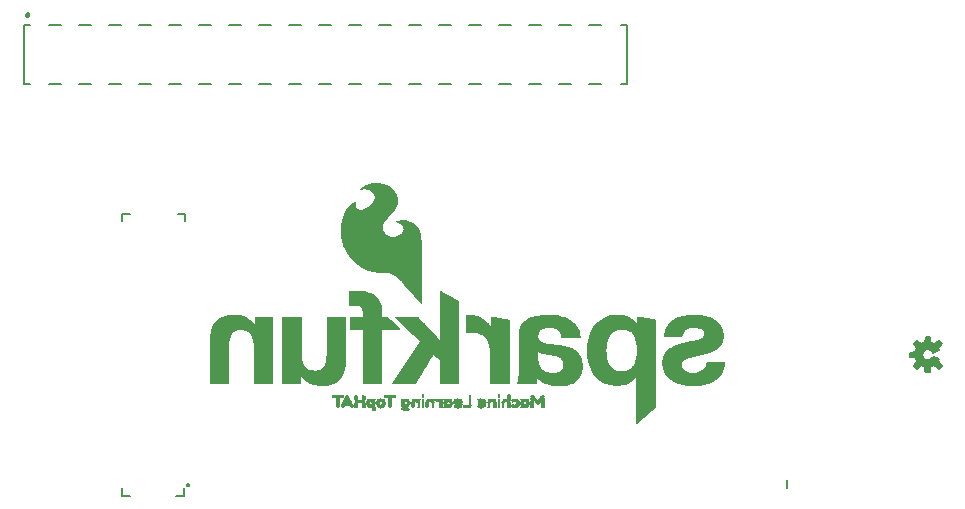
<source format=gbo>
G75*
%MOIN*%
%OFA0B0*%
%FSLAX25Y25*%
%IPPOS*%
%LPD*%
%AMOC8*
5,1,8,0,0,1.08239X$1,22.5*
%
%ADD10C,0.01000*%
%ADD11C,0.00800*%
%ADD12C,0.00300*%
%ADD13R,0.00787X0.00157*%
%ADD14R,0.00630X0.00157*%
%ADD15R,0.00157X0.00157*%
%ADD16R,0.01102X0.00157*%
%ADD17R,0.00945X0.00157*%
%ADD18R,0.00315X0.00157*%
%ADD19R,0.03465X0.00157*%
%ADD20R,0.03937X0.00157*%
%ADD21R,0.04094X0.00157*%
%ADD22R,0.01260X0.00157*%
%ADD23R,0.01417X0.00157*%
%ADD24R,0.01575X0.00157*%
%ADD25R,0.03780X0.00157*%
%ADD26R,0.01732X0.00157*%
%ADD27R,0.01890X0.00157*%
%ADD28R,0.02047X0.00157*%
%ADD29R,0.02362X0.00157*%
%ADD30R,0.02520X0.00157*%
%ADD31R,0.02205X0.00157*%
%ADD32R,0.02677X0.00157*%
%ADD33R,0.02835X0.00157*%
%ADD34R,0.03622X0.00157*%
%ADD35R,0.04567X0.00157*%
%ADD36R,0.02992X0.00157*%
%ADD37R,0.03150X0.00157*%
%ADD38R,0.00472X0.00157*%
%ADD39C,0.00591*%
D10*
X0067036Y0267913D02*
X0067038Y0267955D01*
X0067044Y0267996D01*
X0067054Y0268037D01*
X0067068Y0268077D01*
X0067085Y0268115D01*
X0067106Y0268151D01*
X0067130Y0268185D01*
X0067158Y0268217D01*
X0067188Y0268246D01*
X0067221Y0268271D01*
X0067256Y0268294D01*
X0067293Y0268313D01*
X0067332Y0268329D01*
X0067372Y0268341D01*
X0067413Y0268349D01*
X0067455Y0268353D01*
X0067497Y0268353D01*
X0067539Y0268349D01*
X0067580Y0268341D01*
X0067620Y0268329D01*
X0067659Y0268313D01*
X0067696Y0268294D01*
X0067731Y0268271D01*
X0067764Y0268246D01*
X0067794Y0268217D01*
X0067822Y0268185D01*
X0067846Y0268151D01*
X0067867Y0268115D01*
X0067884Y0268077D01*
X0067898Y0268037D01*
X0067908Y0267996D01*
X0067914Y0267955D01*
X0067916Y0267913D01*
X0067914Y0267871D01*
X0067908Y0267830D01*
X0067898Y0267789D01*
X0067884Y0267749D01*
X0067867Y0267711D01*
X0067846Y0267675D01*
X0067822Y0267641D01*
X0067794Y0267609D01*
X0067764Y0267580D01*
X0067731Y0267555D01*
X0067696Y0267532D01*
X0067659Y0267513D01*
X0067620Y0267497D01*
X0067580Y0267485D01*
X0067539Y0267477D01*
X0067497Y0267473D01*
X0067455Y0267473D01*
X0067413Y0267477D01*
X0067372Y0267485D01*
X0067332Y0267497D01*
X0067293Y0267513D01*
X0067256Y0267532D01*
X0067221Y0267555D01*
X0067188Y0267580D01*
X0067158Y0267609D01*
X0067130Y0267641D01*
X0067106Y0267675D01*
X0067085Y0267711D01*
X0067068Y0267749D01*
X0067054Y0267789D01*
X0067044Y0267830D01*
X0067038Y0267871D01*
X0067036Y0267913D01*
D11*
X0099173Y0110106D02*
X0099173Y0107606D01*
X0101673Y0107606D01*
X0117173Y0107606D02*
X0119673Y0107606D01*
X0119673Y0110106D01*
X0120773Y0111106D02*
X0120775Y0111146D01*
X0120781Y0111185D01*
X0120791Y0111224D01*
X0120804Y0111261D01*
X0120822Y0111297D01*
X0120843Y0111331D01*
X0120867Y0111363D01*
X0120894Y0111392D01*
X0120924Y0111419D01*
X0120956Y0111442D01*
X0120991Y0111462D01*
X0121027Y0111478D01*
X0121065Y0111491D01*
X0121104Y0111500D01*
X0121143Y0111505D01*
X0121183Y0111506D01*
X0121223Y0111503D01*
X0121262Y0111496D01*
X0121300Y0111485D01*
X0121338Y0111471D01*
X0121373Y0111452D01*
X0121406Y0111431D01*
X0121438Y0111406D01*
X0121466Y0111378D01*
X0121492Y0111348D01*
X0121514Y0111315D01*
X0121533Y0111280D01*
X0121549Y0111243D01*
X0121561Y0111205D01*
X0121569Y0111166D01*
X0121573Y0111126D01*
X0121573Y0111086D01*
X0121569Y0111046D01*
X0121561Y0111007D01*
X0121549Y0110969D01*
X0121533Y0110932D01*
X0121514Y0110897D01*
X0121492Y0110864D01*
X0121466Y0110834D01*
X0121438Y0110806D01*
X0121406Y0110781D01*
X0121373Y0110760D01*
X0121338Y0110741D01*
X0121300Y0110727D01*
X0121262Y0110716D01*
X0121223Y0110709D01*
X0121183Y0110706D01*
X0121143Y0110707D01*
X0121104Y0110712D01*
X0121065Y0110721D01*
X0121027Y0110734D01*
X0120991Y0110750D01*
X0120956Y0110770D01*
X0120924Y0110793D01*
X0120894Y0110820D01*
X0120867Y0110849D01*
X0120843Y0110881D01*
X0120822Y0110915D01*
X0120804Y0110951D01*
X0120791Y0110988D01*
X0120781Y0111027D01*
X0120775Y0111066D01*
X0120773Y0111106D01*
X0120173Y0199106D02*
X0120173Y0201606D01*
X0117673Y0201606D01*
X0101673Y0201606D02*
X0099173Y0201606D01*
X0099173Y0199106D01*
X0098854Y0244961D02*
X0094917Y0244961D01*
X0088854Y0244961D02*
X0084917Y0244961D01*
X0078854Y0244961D02*
X0074917Y0244961D01*
X0068385Y0244961D02*
X0066491Y0244961D01*
X0066491Y0264646D01*
X0068385Y0264646D01*
X0074917Y0264646D02*
X0078854Y0264646D01*
X0084917Y0264646D02*
X0088854Y0264646D01*
X0094917Y0264646D02*
X0098854Y0264646D01*
X0104917Y0264646D02*
X0108854Y0264646D01*
X0114917Y0264646D02*
X0118854Y0264646D01*
X0124917Y0264646D02*
X0128854Y0264646D01*
X0134917Y0264646D02*
X0138854Y0264646D01*
X0144917Y0264646D02*
X0148854Y0264646D01*
X0154917Y0264646D02*
X0158854Y0264646D01*
X0164917Y0264646D02*
X0168854Y0264646D01*
X0174917Y0264646D02*
X0178854Y0264646D01*
X0184917Y0264646D02*
X0188854Y0264646D01*
X0194917Y0264646D02*
X0198854Y0264646D01*
X0204917Y0264646D02*
X0208854Y0264646D01*
X0214917Y0264646D02*
X0218854Y0264646D01*
X0224917Y0264646D02*
X0228854Y0264646D01*
X0234917Y0264646D02*
X0238854Y0264646D01*
X0244917Y0264646D02*
X0248854Y0264646D01*
X0254917Y0264646D02*
X0258854Y0264646D01*
X0265385Y0264646D02*
X0267279Y0264646D01*
X0267279Y0244961D01*
X0265385Y0244961D01*
X0258854Y0244961D02*
X0254917Y0244961D01*
X0248854Y0244961D02*
X0244917Y0244961D01*
X0238854Y0244961D02*
X0234917Y0244961D01*
X0228854Y0244961D02*
X0224917Y0244961D01*
X0218854Y0244961D02*
X0214917Y0244961D01*
X0208854Y0244961D02*
X0204917Y0244961D01*
X0198854Y0244961D02*
X0194917Y0244961D01*
X0188854Y0244961D02*
X0184917Y0244961D01*
X0178854Y0244961D02*
X0174917Y0244961D01*
X0168854Y0244961D02*
X0164917Y0244961D01*
X0158854Y0244961D02*
X0154917Y0244961D01*
X0148854Y0244961D02*
X0144917Y0244961D01*
X0138854Y0244961D02*
X0134917Y0244961D01*
X0128854Y0244961D02*
X0124917Y0244961D01*
X0118854Y0244961D02*
X0114917Y0244961D01*
X0108854Y0244961D02*
X0104917Y0244961D01*
X0320654Y0112857D02*
X0320654Y0110157D01*
D12*
X0293145Y0144843D02*
X0291295Y0144528D01*
X0289365Y0144449D01*
X0287476Y0144528D01*
X0285625Y0144843D01*
X0283932Y0145354D01*
X0282397Y0146142D01*
X0281058Y0147165D01*
X0280074Y0148504D01*
X0279405Y0150197D01*
X0279169Y0152205D01*
X0279326Y0153622D01*
X0279798Y0154803D01*
X0280468Y0155787D01*
X0281373Y0156575D01*
X0282436Y0157205D01*
X0283657Y0157717D01*
X0284917Y0158110D01*
X0286255Y0158465D01*
X0287515Y0158740D01*
X0288775Y0159016D01*
X0289956Y0159291D01*
X0291019Y0159606D01*
X0291885Y0159961D01*
X0292594Y0160433D01*
X0293027Y0161024D01*
X0293184Y0161772D01*
X0293106Y0162362D01*
X0292830Y0162874D01*
X0292476Y0163228D01*
X0292003Y0163504D01*
X0291452Y0163661D01*
X0290901Y0163780D01*
X0290310Y0163819D01*
X0288972Y0163819D01*
X0288224Y0163701D01*
X0287554Y0163504D01*
X0286924Y0163228D01*
X0286413Y0162795D01*
X0286019Y0162283D01*
X0285743Y0161614D01*
X0285586Y0160827D01*
X0279798Y0160827D01*
X0280153Y0162677D01*
X0280861Y0164252D01*
X0281846Y0165472D01*
X0283066Y0166417D01*
X0284523Y0167126D01*
X0286098Y0167598D01*
X0287830Y0167835D01*
X0289602Y0167913D01*
X0291413Y0167835D01*
X0293145Y0167598D01*
X0294759Y0167165D01*
X0296255Y0166496D01*
X0297476Y0165512D01*
X0298460Y0164291D01*
X0299090Y0162717D01*
X0299287Y0160787D01*
X0299129Y0159409D01*
X0298696Y0158268D01*
X0297987Y0157362D01*
X0297121Y0156614D01*
X0296058Y0156024D01*
X0294838Y0155551D01*
X0293578Y0155157D01*
X0292239Y0154843D01*
X0290704Y0154488D01*
X0289326Y0154173D01*
X0288145Y0153819D01*
X0287121Y0153465D01*
X0286334Y0153031D01*
X0285783Y0152559D01*
X0285428Y0152008D01*
X0285310Y0151378D01*
X0285389Y0150630D01*
X0285665Y0150039D01*
X0286098Y0149528D01*
X0286649Y0149134D01*
X0287279Y0148858D01*
X0287948Y0148661D01*
X0288657Y0148583D01*
X0289287Y0148543D01*
X0290192Y0148583D01*
X0291019Y0148740D01*
X0291846Y0149055D01*
X0292554Y0149449D01*
X0293145Y0149961D01*
X0293617Y0150591D01*
X0293893Y0151378D01*
X0294011Y0152283D01*
X0294720Y0152283D01*
X0299798Y0152283D01*
X0299523Y0150276D01*
X0298814Y0148583D01*
X0297791Y0147205D01*
X0296452Y0146142D01*
X0294877Y0145394D01*
X0293145Y0144843D01*
X0293718Y0145025D02*
X0285022Y0145025D01*
X0284035Y0145323D02*
X0294656Y0145323D01*
X0295357Y0145622D02*
X0283411Y0145622D01*
X0282829Y0145920D02*
X0295986Y0145920D01*
X0296549Y0146219D02*
X0282296Y0146219D01*
X0281906Y0146517D02*
X0296925Y0146517D01*
X0297301Y0146816D02*
X0281515Y0146816D01*
X0281125Y0147114D02*
X0297677Y0147114D01*
X0297945Y0147413D02*
X0280876Y0147413D01*
X0280657Y0147711D02*
X0298167Y0147711D01*
X0298389Y0148010D02*
X0280437Y0148010D01*
X0280218Y0148308D02*
X0298610Y0148308D01*
X0298824Y0148607D02*
X0290319Y0148607D01*
X0291453Y0148905D02*
X0298949Y0148905D01*
X0299074Y0149204D02*
X0292114Y0149204D01*
X0292616Y0149502D02*
X0299199Y0149502D01*
X0299324Y0149801D02*
X0292961Y0149801D01*
X0293249Y0150099D02*
X0299449Y0150099D01*
X0299540Y0150398D02*
X0293473Y0150398D01*
X0293654Y0150696D02*
X0299581Y0150696D01*
X0299622Y0150995D02*
X0293759Y0150995D01*
X0293863Y0151293D02*
X0299663Y0151293D01*
X0299704Y0151592D02*
X0293921Y0151592D01*
X0293960Y0151891D02*
X0299745Y0151891D01*
X0299786Y0152189D02*
X0293999Y0152189D01*
X0293631Y0155174D02*
X0280051Y0155174D01*
X0280254Y0155473D02*
X0294587Y0155473D01*
X0295406Y0155771D02*
X0280457Y0155771D01*
X0280792Y0156070D02*
X0296141Y0156070D01*
X0296679Y0156368D02*
X0281136Y0156368D01*
X0281528Y0156667D02*
X0297182Y0156667D01*
X0297528Y0156965D02*
X0282032Y0156965D01*
X0282577Y0157264D02*
X0297873Y0157264D01*
X0298144Y0157562D02*
X0283289Y0157562D01*
X0284118Y0157861D02*
X0298378Y0157861D01*
X0298611Y0158159D02*
X0285102Y0158159D01*
X0286229Y0158458D02*
X0298768Y0158458D01*
X0298881Y0158756D02*
X0287589Y0158756D01*
X0288942Y0159055D02*
X0298995Y0159055D01*
X0299108Y0159353D02*
X0290165Y0159353D01*
X0291130Y0159652D02*
X0299157Y0159652D01*
X0299191Y0159950D02*
X0291860Y0159950D01*
X0292317Y0160249D02*
X0299225Y0160249D01*
X0299259Y0160547D02*
X0292678Y0160547D01*
X0292896Y0160846D02*
X0299281Y0160846D01*
X0299250Y0161144D02*
X0293052Y0161144D01*
X0293115Y0161443D02*
X0299220Y0161443D01*
X0299189Y0161741D02*
X0293178Y0161741D01*
X0293149Y0162040D02*
X0299159Y0162040D01*
X0299128Y0162338D02*
X0293109Y0162338D01*
X0292958Y0162637D02*
X0299098Y0162637D01*
X0299002Y0162935D02*
X0292769Y0162935D01*
X0292466Y0163234D02*
X0298883Y0163234D01*
X0298763Y0163532D02*
X0291903Y0163532D01*
X0292315Y0167712D02*
X0286928Y0167712D01*
X0285480Y0167413D02*
X0293836Y0167413D01*
X0294873Y0167115D02*
X0284499Y0167115D01*
X0283886Y0166816D02*
X0295540Y0166816D01*
X0296207Y0166518D02*
X0283272Y0166518D01*
X0282810Y0166219D02*
X0296599Y0166219D01*
X0296969Y0165921D02*
X0282425Y0165921D01*
X0282039Y0165622D02*
X0297339Y0165622D01*
X0297628Y0165324D02*
X0281726Y0165324D01*
X0281485Y0165025D02*
X0297868Y0165025D01*
X0298109Y0164727D02*
X0281244Y0164727D01*
X0281003Y0164428D02*
X0298350Y0164428D01*
X0298525Y0164129D02*
X0280806Y0164129D01*
X0280672Y0163831D02*
X0298644Y0163831D01*
X0292380Y0154876D02*
X0279848Y0154876D01*
X0279708Y0154577D02*
X0291089Y0154577D01*
X0289787Y0154279D02*
X0279589Y0154279D01*
X0279469Y0153980D02*
X0288682Y0153980D01*
X0287748Y0153682D02*
X0279350Y0153682D01*
X0279300Y0153383D02*
X0286973Y0153383D01*
X0286430Y0153085D02*
X0279266Y0153085D01*
X0279233Y0152786D02*
X0286048Y0152786D01*
X0285737Y0152488D02*
X0279200Y0152488D01*
X0279170Y0152189D02*
X0285545Y0152189D01*
X0285406Y0151891D02*
X0279206Y0151891D01*
X0279241Y0151592D02*
X0285350Y0151592D01*
X0285319Y0151293D02*
X0279276Y0151293D01*
X0279311Y0150995D02*
X0285351Y0150995D01*
X0285382Y0150696D02*
X0279346Y0150696D01*
X0279381Y0150398D02*
X0285497Y0150398D01*
X0285637Y0150099D02*
X0279443Y0150099D01*
X0279561Y0149801D02*
X0285866Y0149801D01*
X0286133Y0149502D02*
X0279679Y0149502D01*
X0279797Y0149204D02*
X0286551Y0149204D01*
X0287171Y0148905D02*
X0279915Y0148905D01*
X0280033Y0148607D02*
X0288439Y0148607D01*
X0286308Y0144726D02*
X0292462Y0144726D01*
X0276688Y0144726D02*
X0270586Y0144726D01*
X0270586Y0144428D02*
X0276688Y0144428D01*
X0276688Y0144129D02*
X0270586Y0144129D01*
X0270586Y0143831D02*
X0276688Y0143831D01*
X0276688Y0143532D02*
X0270586Y0143532D01*
X0270586Y0143234D02*
X0276688Y0143234D01*
X0276688Y0142935D02*
X0270586Y0142935D01*
X0270586Y0142637D02*
X0276688Y0142637D01*
X0276688Y0142338D02*
X0270586Y0142338D01*
X0270586Y0142040D02*
X0276688Y0142040D01*
X0276688Y0141741D02*
X0270586Y0141741D01*
X0270586Y0141443D02*
X0276688Y0141443D01*
X0276688Y0141144D02*
X0270586Y0141144D01*
X0270586Y0140846D02*
X0276688Y0140846D01*
X0276688Y0140547D02*
X0270586Y0140547D01*
X0270586Y0140249D02*
X0276688Y0140249D01*
X0276688Y0139950D02*
X0270586Y0139950D01*
X0270586Y0139652D02*
X0276688Y0139652D01*
X0276688Y0139353D02*
X0270586Y0139353D01*
X0270586Y0139055D02*
X0276688Y0139055D01*
X0276688Y0138756D02*
X0270586Y0138756D01*
X0270586Y0138458D02*
X0276688Y0138458D01*
X0276688Y0138159D02*
X0270586Y0138159D01*
X0270586Y0137860D02*
X0276688Y0137860D01*
X0276688Y0137562D02*
X0270586Y0137562D01*
X0270586Y0137263D02*
X0276688Y0137263D01*
X0276688Y0137205D02*
X0276688Y0166299D01*
X0275980Y0166417D01*
X0275232Y0166535D01*
X0274523Y0166693D01*
X0273775Y0166811D01*
X0273066Y0166929D01*
X0272318Y0167047D01*
X0271610Y0167205D01*
X0270861Y0167323D01*
X0270861Y0164488D01*
X0270822Y0164488D01*
X0270232Y0165315D01*
X0269562Y0166024D01*
X0268814Y0166614D01*
X0267987Y0167087D01*
X0267121Y0167480D01*
X0266176Y0167717D01*
X0265232Y0167874D01*
X0264208Y0167913D01*
X0261767Y0167677D01*
X0259680Y0166929D01*
X0257948Y0165787D01*
X0256531Y0164331D01*
X0255428Y0162520D01*
X0254680Y0160512D01*
X0254247Y0158268D01*
X0254090Y0155945D01*
X0260192Y0156102D01*
X0260271Y0157441D01*
X0260507Y0158740D01*
X0260861Y0159961D01*
X0261413Y0161063D01*
X0262121Y0161969D01*
X0263066Y0162677D01*
X0264169Y0163150D01*
X0265547Y0163307D01*
X0266924Y0163150D01*
X0268066Y0162717D01*
X0268972Y0162008D01*
X0269680Y0161063D01*
X0270232Y0160000D01*
X0270586Y0158780D01*
X0270783Y0157480D01*
X0270822Y0156102D01*
X0270783Y0154764D01*
X0270547Y0153504D01*
X0270192Y0152283D01*
X0269641Y0151220D01*
X0268932Y0150354D01*
X0267987Y0149646D01*
X0266846Y0149213D01*
X0265507Y0149055D01*
X0264129Y0149213D01*
X0262987Y0149646D01*
X0262043Y0150354D01*
X0261334Y0151220D01*
X0260822Y0152283D01*
X0255468Y0149685D01*
X0256531Y0147953D01*
X0257909Y0146535D01*
X0259562Y0145394D01*
X0261570Y0144685D01*
X0263854Y0144449D01*
X0264877Y0144488D01*
X0265822Y0144685D01*
X0266767Y0144921D01*
X0267673Y0145315D01*
X0268499Y0145787D01*
X0269247Y0146378D01*
X0269917Y0147047D01*
X0270547Y0147795D01*
X0270586Y0147795D01*
X0270586Y0131772D01*
X0271334Y0132441D01*
X0272082Y0133150D01*
X0272869Y0133819D01*
X0273617Y0134488D01*
X0274405Y0135197D01*
X0275153Y0135866D01*
X0275940Y0136535D01*
X0276688Y0137205D01*
X0276420Y0136965D02*
X0270586Y0136965D01*
X0270586Y0136666D02*
X0276087Y0136666D01*
X0275743Y0136368D02*
X0270586Y0136368D01*
X0270586Y0136069D02*
X0275392Y0136069D01*
X0275046Y0135771D02*
X0270586Y0135771D01*
X0270586Y0135472D02*
X0274713Y0135472D01*
X0274379Y0135174D02*
X0270586Y0135174D01*
X0270586Y0134875D02*
X0274048Y0134875D01*
X0273716Y0134577D02*
X0270586Y0134577D01*
X0270586Y0134278D02*
X0273383Y0134278D01*
X0273049Y0133980D02*
X0270586Y0133980D01*
X0270586Y0133681D02*
X0272708Y0133681D01*
X0272356Y0133383D02*
X0270586Y0133383D01*
X0270586Y0133084D02*
X0272013Y0133084D01*
X0271698Y0132786D02*
X0270586Y0132786D01*
X0270586Y0132487D02*
X0271383Y0132487D01*
X0271052Y0132189D02*
X0270586Y0132189D01*
X0270586Y0131890D02*
X0270718Y0131890D01*
X0270586Y0145025D02*
X0276688Y0145025D01*
X0276688Y0145323D02*
X0270586Y0145323D01*
X0270586Y0145622D02*
X0276688Y0145622D01*
X0276688Y0145920D02*
X0270586Y0145920D01*
X0270586Y0146219D02*
X0276688Y0146219D01*
X0276688Y0146517D02*
X0270586Y0146517D01*
X0270586Y0146816D02*
X0276688Y0146816D01*
X0276688Y0147114D02*
X0270586Y0147114D01*
X0270586Y0147413D02*
X0276688Y0147413D01*
X0276688Y0147711D02*
X0270586Y0147711D01*
X0270476Y0147711D02*
X0256765Y0147711D01*
X0256496Y0148010D02*
X0276688Y0148010D01*
X0276688Y0148308D02*
X0256313Y0148308D01*
X0256129Y0148607D02*
X0276688Y0148607D01*
X0276688Y0148905D02*
X0255946Y0148905D01*
X0255763Y0149204D02*
X0264205Y0149204D01*
X0263365Y0149502D02*
X0255580Y0149502D01*
X0255468Y0149685D02*
X0260822Y0152283D01*
X0260468Y0153504D01*
X0260271Y0154764D01*
X0260192Y0156102D01*
X0254090Y0155945D01*
X0254247Y0153740D01*
X0254680Y0151654D01*
X0255468Y0149685D01*
X0255421Y0149801D02*
X0255707Y0149801D01*
X0262780Y0149801D01*
X0262382Y0150099D02*
X0256322Y0150099D01*
X0255302Y0150099D01*
X0255183Y0150398D02*
X0256937Y0150398D01*
X0262007Y0150398D01*
X0261763Y0150696D02*
X0257552Y0150696D01*
X0255063Y0150696D01*
X0254944Y0150995D02*
X0258167Y0150995D01*
X0261518Y0150995D01*
X0261299Y0151293D02*
X0258782Y0151293D01*
X0254824Y0151293D01*
X0254705Y0151592D02*
X0259397Y0151592D01*
X0261155Y0151592D01*
X0261011Y0151891D02*
X0260012Y0151891D01*
X0254631Y0151891D01*
X0254569Y0152189D02*
X0260628Y0152189D01*
X0260868Y0152189D01*
X0260763Y0152488D02*
X0254507Y0152488D01*
X0254445Y0152786D02*
X0260676Y0152786D01*
X0260590Y0153085D02*
X0254383Y0153085D01*
X0254321Y0153383D02*
X0260503Y0153383D01*
X0260440Y0153682D02*
X0254259Y0153682D01*
X0254230Y0153980D02*
X0260393Y0153980D01*
X0260347Y0154279D02*
X0254209Y0154279D01*
X0254188Y0154577D02*
X0260300Y0154577D01*
X0260264Y0154876D02*
X0254166Y0154876D01*
X0254145Y0155174D02*
X0260247Y0155174D01*
X0260229Y0155473D02*
X0254124Y0155473D01*
X0254102Y0155771D02*
X0260212Y0155771D01*
X0260194Y0156070D02*
X0258925Y0156070D01*
X0254098Y0156070D01*
X0254119Y0156368D02*
X0260208Y0156368D01*
X0260225Y0156667D02*
X0254139Y0156667D01*
X0254159Y0156965D02*
X0260243Y0156965D01*
X0260261Y0157264D02*
X0254179Y0157264D01*
X0254199Y0157562D02*
X0260293Y0157562D01*
X0260347Y0157861D02*
X0254220Y0157861D01*
X0254240Y0158159D02*
X0260402Y0158159D01*
X0260456Y0158458D02*
X0254284Y0158458D01*
X0254342Y0158756D02*
X0260512Y0158756D01*
X0260598Y0159055D02*
X0254399Y0159055D01*
X0254457Y0159353D02*
X0260685Y0159353D01*
X0260772Y0159652D02*
X0254514Y0159652D01*
X0254572Y0159950D02*
X0260858Y0159950D01*
X0261006Y0160249D02*
X0254630Y0160249D01*
X0254694Y0160547D02*
X0261155Y0160547D01*
X0261304Y0160846D02*
X0254805Y0160846D01*
X0254916Y0161144D02*
X0261476Y0161144D01*
X0261710Y0161443D02*
X0255027Y0161443D01*
X0255138Y0161741D02*
X0261944Y0161741D01*
X0262217Y0162040D02*
X0255250Y0162040D01*
X0255361Y0162338D02*
X0262615Y0162338D01*
X0263013Y0162637D02*
X0255500Y0162637D01*
X0255681Y0162935D02*
X0263669Y0162935D01*
X0264907Y0163234D02*
X0255863Y0163234D01*
X0256045Y0163532D02*
X0276688Y0163532D01*
X0276688Y0163234D02*
X0266187Y0163234D01*
X0267489Y0162935D02*
X0276688Y0162935D01*
X0276688Y0162637D02*
X0268168Y0162637D01*
X0268549Y0162338D02*
X0276688Y0162338D01*
X0276688Y0162040D02*
X0268931Y0162040D01*
X0269172Y0161741D02*
X0276688Y0161741D01*
X0276688Y0161443D02*
X0269395Y0161443D01*
X0269619Y0161144D02*
X0276688Y0161144D01*
X0276688Y0160846D02*
X0269793Y0160846D01*
X0269948Y0160547D02*
X0276688Y0160547D01*
X0276688Y0160249D02*
X0270103Y0160249D01*
X0270246Y0159950D02*
X0276688Y0159950D01*
X0276688Y0159652D02*
X0270333Y0159652D01*
X0270419Y0159353D02*
X0276688Y0159353D01*
X0276688Y0159055D02*
X0270506Y0159055D01*
X0270589Y0158756D02*
X0276688Y0158756D01*
X0276688Y0158458D02*
X0270635Y0158458D01*
X0270680Y0158159D02*
X0276688Y0158159D01*
X0276688Y0157861D02*
X0270725Y0157861D01*
X0270770Y0157562D02*
X0276688Y0157562D01*
X0276688Y0157264D02*
X0270789Y0157264D01*
X0270797Y0156965D02*
X0276688Y0156965D01*
X0276688Y0156667D02*
X0270806Y0156667D01*
X0270815Y0156368D02*
X0276688Y0156368D01*
X0276688Y0156070D02*
X0270821Y0156070D01*
X0270812Y0155771D02*
X0276688Y0155771D01*
X0276688Y0155473D02*
X0270804Y0155473D01*
X0270795Y0155174D02*
X0276688Y0155174D01*
X0276688Y0154876D02*
X0270786Y0154876D01*
X0270748Y0154577D02*
X0276688Y0154577D01*
X0276688Y0154279D02*
X0270692Y0154279D01*
X0270636Y0153980D02*
X0276688Y0153980D01*
X0276688Y0153682D02*
X0270580Y0153682D01*
X0270511Y0153383D02*
X0276688Y0153383D01*
X0276688Y0153085D02*
X0270425Y0153085D01*
X0270338Y0152786D02*
X0276688Y0152786D01*
X0276688Y0152488D02*
X0270251Y0152488D01*
X0270143Y0152189D02*
X0276688Y0152189D01*
X0276688Y0151891D02*
X0269988Y0151891D01*
X0269834Y0151592D02*
X0276688Y0151592D01*
X0276688Y0151293D02*
X0269679Y0151293D01*
X0269457Y0150995D02*
X0276688Y0150995D01*
X0276688Y0150696D02*
X0269212Y0150696D01*
X0268968Y0150398D02*
X0276688Y0150398D01*
X0276688Y0150099D02*
X0268593Y0150099D01*
X0268195Y0149801D02*
X0276688Y0149801D01*
X0276688Y0149502D02*
X0267610Y0149502D01*
X0266772Y0149204D02*
X0276688Y0149204D01*
X0270224Y0147413D02*
X0257056Y0147413D01*
X0257346Y0147114D02*
X0269973Y0147114D01*
X0269685Y0146816D02*
X0257636Y0146816D01*
X0257935Y0146517D02*
X0269387Y0146517D01*
X0269046Y0146219D02*
X0258367Y0146219D01*
X0258800Y0145920D02*
X0268668Y0145920D01*
X0268209Y0145622D02*
X0259232Y0145622D01*
X0259762Y0145323D02*
X0267687Y0145323D01*
X0267005Y0145025D02*
X0260608Y0145025D01*
X0261453Y0144726D02*
X0265987Y0144726D01*
X0251964Y0148740D02*
X0252161Y0149449D01*
X0252279Y0150236D01*
X0252318Y0151063D01*
X0252121Y0152795D01*
X0251649Y0154173D01*
X0250901Y0155276D01*
X0249917Y0156142D01*
X0248814Y0156772D01*
X0247515Y0157244D01*
X0246176Y0157598D01*
X0244798Y0157835D01*
X0243617Y0154409D01*
X0243972Y0154291D01*
X0244287Y0154173D01*
X0244562Y0154055D01*
X0244838Y0153898D01*
X0245113Y0153701D01*
X0245350Y0153504D01*
X0245586Y0153307D01*
X0245743Y0153031D01*
X0245901Y0152756D01*
X0246058Y0152480D01*
X0246137Y0152126D01*
X0246216Y0151772D01*
X0246216Y0150945D01*
X0246137Y0150591D01*
X0246058Y0150276D01*
X0245901Y0149961D01*
X0245743Y0149724D01*
X0245547Y0149488D01*
X0245350Y0149291D01*
X0245074Y0149094D01*
X0244798Y0148937D01*
X0244523Y0148819D01*
X0244208Y0148740D01*
X0243893Y0148661D01*
X0243539Y0148583D01*
X0243184Y0148543D01*
X0242476Y0148543D01*
X0241610Y0148583D01*
X0240861Y0148701D01*
X0240232Y0148898D01*
X0239680Y0149134D01*
X0239208Y0149449D01*
X0238814Y0149803D01*
X0238460Y0150157D01*
X0238184Y0150591D01*
X0237987Y0150984D01*
X0237830Y0151417D01*
X0237712Y0151850D01*
X0237633Y0152283D01*
X0237554Y0152677D01*
X0237515Y0153031D01*
X0237515Y0155945D01*
X0237712Y0155787D01*
X0237948Y0155630D01*
X0238224Y0155512D01*
X0238499Y0155394D01*
X0238775Y0155315D01*
X0239090Y0155236D01*
X0239405Y0155157D01*
X0239720Y0155079D01*
X0240074Y0155039D01*
X0240822Y0158307D01*
X0239720Y0158583D01*
X0238775Y0158898D01*
X0238066Y0159370D01*
X0237633Y0159961D01*
X0237515Y0160787D01*
X0237515Y0161260D01*
X0237594Y0161654D01*
X0237673Y0162047D01*
X0237830Y0162362D01*
X0237987Y0162638D01*
X0238184Y0162874D01*
X0238421Y0163110D01*
X0238696Y0163268D01*
X0238972Y0163425D01*
X0239287Y0163543D01*
X0239602Y0163622D01*
X0239956Y0163701D01*
X0240310Y0163740D01*
X0240665Y0163780D01*
X0241058Y0163780D01*
X0241452Y0163819D01*
X0241885Y0163780D01*
X0242318Y0163740D01*
X0242712Y0163701D01*
X0243066Y0163622D01*
X0243421Y0163504D01*
X0243736Y0163346D01*
X0244050Y0163189D01*
X0244287Y0163031D01*
X0244562Y0162795D01*
X0244759Y0162559D01*
X0244956Y0162283D01*
X0245113Y0161969D01*
X0245271Y0161654D01*
X0245389Y0161260D01*
X0245468Y0160866D01*
X0245507Y0160433D01*
X0251610Y0160433D01*
X0251491Y0161457D01*
X0251295Y0162402D01*
X0250980Y0163228D01*
X0250547Y0163976D01*
X0250035Y0164685D01*
X0249484Y0165276D01*
X0248854Y0165827D01*
X0248145Y0166299D01*
X0247397Y0166693D01*
X0246570Y0167008D01*
X0245743Y0167283D01*
X0244838Y0167520D01*
X0243932Y0167677D01*
X0243027Y0167795D01*
X0242082Y0167874D01*
X0240310Y0167874D01*
X0239484Y0167835D01*
X0238617Y0167756D01*
X0237751Y0167638D01*
X0236924Y0167480D01*
X0236098Y0167283D01*
X0235350Y0167008D01*
X0234602Y0166693D01*
X0233932Y0166339D01*
X0233302Y0165906D01*
X0232751Y0165354D01*
X0232279Y0164764D01*
X0231885Y0164094D01*
X0231610Y0163346D01*
X0231452Y0162480D01*
X0231373Y0161535D01*
X0231373Y0148465D01*
X0231334Y0148071D01*
X0231295Y0147717D01*
X0231255Y0147402D01*
X0231216Y0147047D01*
X0231176Y0146732D01*
X0231098Y0146417D01*
X0231058Y0146142D01*
X0230980Y0145866D01*
X0230901Y0145630D01*
X0230822Y0145394D01*
X0230704Y0145197D01*
X0230625Y0145000D01*
X0236806Y0145000D01*
X0236846Y0145118D01*
X0236924Y0145276D01*
X0236964Y0145394D01*
X0237003Y0145512D01*
X0237043Y0145669D01*
X0237082Y0145787D01*
X0237121Y0145945D01*
X0237161Y0146063D01*
X0237161Y0146181D01*
X0237200Y0146339D01*
X0237200Y0146614D01*
X0237239Y0146732D01*
X0237239Y0147165D01*
X0237633Y0146772D01*
X0237987Y0146457D01*
X0238421Y0146142D01*
X0238854Y0145866D01*
X0239287Y0145630D01*
X0239720Y0145394D01*
X0240192Y0145197D01*
X0240665Y0145000D01*
X0241176Y0144882D01*
X0241649Y0144724D01*
X0242161Y0144646D01*
X0242673Y0144528D01*
X0243184Y0144488D01*
X0243696Y0144409D01*
X0245507Y0144409D01*
X0246295Y0144488D01*
X0247003Y0144606D01*
X0247712Y0144803D01*
X0248381Y0145000D01*
X0249011Y0145276D01*
X0249602Y0145630D01*
X0250113Y0146024D01*
X0250586Y0146457D01*
X0251019Y0146929D01*
X0251413Y0147480D01*
X0251728Y0148071D01*
X0251964Y0148740D01*
X0251917Y0148607D02*
X0243648Y0148607D01*
X0244725Y0148905D02*
X0252010Y0148905D01*
X0252093Y0149204D02*
X0245227Y0149204D01*
X0245558Y0149502D02*
X0252169Y0149502D01*
X0252214Y0149801D02*
X0245794Y0149801D01*
X0245970Y0150099D02*
X0252258Y0150099D01*
X0252287Y0150398D02*
X0246089Y0150398D01*
X0246161Y0150696D02*
X0252301Y0150696D01*
X0252315Y0150995D02*
X0246216Y0150995D01*
X0246216Y0151293D02*
X0252292Y0151293D01*
X0252258Y0151592D02*
X0246216Y0151592D01*
X0246189Y0151891D02*
X0252224Y0151891D01*
X0252190Y0152189D02*
X0246123Y0152189D01*
X0246054Y0152488D02*
X0252156Y0152488D01*
X0252122Y0152786D02*
X0245884Y0152786D01*
X0245713Y0153085D02*
X0252022Y0153085D01*
X0251920Y0153383D02*
X0245495Y0153383D01*
X0245137Y0153682D02*
X0251817Y0153682D01*
X0251715Y0153980D02*
X0244694Y0153980D01*
X0244006Y0154279D02*
X0251577Y0154279D01*
X0251375Y0154577D02*
X0243675Y0154577D01*
X0242902Y0154577D01*
X0242948Y0154567D02*
X0243302Y0154488D01*
X0243617Y0154409D01*
X0244798Y0157835D01*
X0243381Y0157992D01*
X0242043Y0158150D01*
X0240822Y0158307D01*
X0240074Y0155039D01*
X0240428Y0154961D01*
X0240783Y0154921D01*
X0241137Y0154882D01*
X0241531Y0154803D01*
X0241885Y0154764D01*
X0242239Y0154685D01*
X0242594Y0154646D01*
X0242948Y0154567D01*
X0243778Y0154876D02*
X0241168Y0154876D01*
X0240105Y0155174D02*
X0243881Y0155174D01*
X0250970Y0155174D01*
X0251172Y0154876D02*
X0243778Y0154876D01*
X0243984Y0155473D02*
X0250677Y0155473D01*
X0250338Y0155771D02*
X0244087Y0155771D01*
X0240242Y0155771D01*
X0237736Y0155771D01*
X0237515Y0155771D02*
X0231373Y0155771D01*
X0231373Y0155473D02*
X0237515Y0155473D01*
X0237515Y0155174D02*
X0231373Y0155174D01*
X0231373Y0154876D02*
X0237515Y0154876D01*
X0237515Y0154577D02*
X0231373Y0154577D01*
X0231373Y0154279D02*
X0237515Y0154279D01*
X0237515Y0153980D02*
X0231373Y0153980D01*
X0231373Y0153682D02*
X0237515Y0153682D01*
X0237515Y0153383D02*
X0231373Y0153383D01*
X0231373Y0153085D02*
X0237515Y0153085D01*
X0237542Y0152786D02*
X0231373Y0152786D01*
X0231373Y0152488D02*
X0237592Y0152488D01*
X0237650Y0152189D02*
X0231373Y0152189D01*
X0231373Y0151891D02*
X0237705Y0151891D01*
X0237782Y0151592D02*
X0231373Y0151592D01*
X0231373Y0151293D02*
X0237875Y0151293D01*
X0237984Y0150995D02*
X0231373Y0150995D01*
X0231373Y0150696D02*
X0238131Y0150696D01*
X0238307Y0150398D02*
X0231373Y0150398D01*
X0231373Y0150099D02*
X0238518Y0150099D01*
X0238817Y0149801D02*
X0231373Y0149801D01*
X0231373Y0149502D02*
X0239148Y0149502D01*
X0239575Y0149204D02*
X0231373Y0149204D01*
X0231373Y0148905D02*
X0240213Y0148905D01*
X0241456Y0148607D02*
X0231373Y0148607D01*
X0231358Y0148308D02*
X0251811Y0148308D01*
X0251695Y0148010D02*
X0231327Y0148010D01*
X0231294Y0147711D02*
X0251536Y0147711D01*
X0251364Y0147413D02*
X0231257Y0147413D01*
X0231223Y0147114D02*
X0237239Y0147114D01*
X0237290Y0147114D02*
X0251151Y0147114D01*
X0250915Y0146816D02*
X0237589Y0146816D01*
X0237239Y0146816D02*
X0231187Y0146816D01*
X0231123Y0146517D02*
X0237200Y0146517D01*
X0237170Y0146219D02*
X0231069Y0146219D01*
X0230995Y0145920D02*
X0237115Y0145920D01*
X0237031Y0145622D02*
X0230898Y0145622D01*
X0230780Y0145323D02*
X0236940Y0145323D01*
X0236815Y0145025D02*
X0230635Y0145025D01*
X0227987Y0145039D02*
X0227987Y0163622D01*
X0227948Y0166299D01*
X0227200Y0166417D01*
X0226491Y0166535D01*
X0225743Y0166654D01*
X0225035Y0166811D01*
X0224287Y0166929D01*
X0223578Y0167047D01*
X0222830Y0167165D01*
X0222121Y0167323D01*
X0222121Y0163189D01*
X0222082Y0163189D01*
X0221570Y0164173D01*
X0220901Y0165079D01*
X0220113Y0165906D01*
X0219247Y0166614D01*
X0218263Y0167165D01*
X0217200Y0167559D01*
X0216098Y0167835D01*
X0214995Y0167913D01*
X0214641Y0167913D01*
X0214444Y0167874D01*
X0214287Y0167874D01*
X0214129Y0167835D01*
X0213972Y0167795D01*
X0213814Y0167756D01*
X0213657Y0167717D01*
X0213657Y0162008D01*
X0213854Y0162047D01*
X0214129Y0162126D01*
X0214405Y0162165D01*
X0214680Y0162205D01*
X0215547Y0162205D01*
X0215822Y0162244D01*
X0217397Y0162087D01*
X0218696Y0161654D01*
X0219720Y0161024D01*
X0220547Y0160157D01*
X0221137Y0159094D01*
X0221570Y0157874D01*
X0221806Y0156535D01*
X0221885Y0155079D01*
X0221885Y0145039D01*
X0227987Y0145039D01*
X0227987Y0145323D02*
X0221885Y0145323D01*
X0221885Y0145622D02*
X0227987Y0145622D01*
X0227987Y0145920D02*
X0221885Y0145920D01*
X0221885Y0146219D02*
X0227987Y0146219D01*
X0227987Y0146517D02*
X0221885Y0146517D01*
X0221885Y0146816D02*
X0227987Y0146816D01*
X0227987Y0147114D02*
X0221885Y0147114D01*
X0221885Y0147413D02*
X0227987Y0147413D01*
X0227987Y0147711D02*
X0221885Y0147711D01*
X0221885Y0148010D02*
X0227987Y0148010D01*
X0227987Y0148308D02*
X0221885Y0148308D01*
X0221885Y0148607D02*
X0227987Y0148607D01*
X0227987Y0148905D02*
X0221885Y0148905D01*
X0221885Y0149204D02*
X0227987Y0149204D01*
X0227987Y0149502D02*
X0221885Y0149502D01*
X0221885Y0149801D02*
X0227987Y0149801D01*
X0227987Y0150099D02*
X0221885Y0150099D01*
X0221885Y0150398D02*
X0227987Y0150398D01*
X0227987Y0150696D02*
X0221885Y0150696D01*
X0221885Y0150995D02*
X0227987Y0150995D01*
X0227987Y0151293D02*
X0221885Y0151293D01*
X0221885Y0151592D02*
X0227987Y0151592D01*
X0227987Y0151891D02*
X0221885Y0151891D01*
X0221885Y0152189D02*
X0227987Y0152189D01*
X0227987Y0152488D02*
X0221885Y0152488D01*
X0221885Y0152786D02*
X0227987Y0152786D01*
X0227987Y0153085D02*
X0221885Y0153085D01*
X0221885Y0153383D02*
X0227987Y0153383D01*
X0227987Y0153682D02*
X0221885Y0153682D01*
X0221885Y0153980D02*
X0227987Y0153980D01*
X0227987Y0154279D02*
X0221885Y0154279D01*
X0221885Y0154577D02*
X0227987Y0154577D01*
X0227987Y0154876D02*
X0221885Y0154876D01*
X0221880Y0155174D02*
X0227987Y0155174D01*
X0227987Y0155473D02*
X0221864Y0155473D01*
X0221848Y0155771D02*
X0227987Y0155771D01*
X0227987Y0156070D02*
X0221832Y0156070D01*
X0221815Y0156368D02*
X0227987Y0156368D01*
X0227987Y0156667D02*
X0221783Y0156667D01*
X0221731Y0156965D02*
X0227987Y0156965D01*
X0227987Y0157264D02*
X0221678Y0157264D01*
X0221625Y0157562D02*
X0227987Y0157562D01*
X0227987Y0157861D02*
X0221572Y0157861D01*
X0221469Y0158159D02*
X0227987Y0158159D01*
X0227987Y0158458D02*
X0221363Y0158458D01*
X0221257Y0158756D02*
X0227987Y0158756D01*
X0227987Y0159055D02*
X0221151Y0159055D01*
X0220993Y0159353D02*
X0227987Y0159353D01*
X0227987Y0159652D02*
X0220827Y0159652D01*
X0220662Y0159950D02*
X0227987Y0159950D01*
X0227987Y0160249D02*
X0220459Y0160249D01*
X0220174Y0160547D02*
X0227987Y0160547D01*
X0227987Y0160846D02*
X0219889Y0160846D01*
X0219524Y0161144D02*
X0227987Y0161144D01*
X0227987Y0161443D02*
X0219038Y0161443D01*
X0218433Y0161741D02*
X0227987Y0161741D01*
X0227987Y0162040D02*
X0217537Y0162040D01*
X0213817Y0162040D02*
X0213657Y0162040D01*
X0213657Y0162338D02*
X0227987Y0162338D01*
X0227987Y0162637D02*
X0213657Y0162637D01*
X0213657Y0162935D02*
X0227987Y0162935D01*
X0227987Y0163234D02*
X0222121Y0163234D01*
X0222059Y0163234D02*
X0213657Y0163234D01*
X0213657Y0163532D02*
X0221903Y0163532D01*
X0222121Y0163532D02*
X0227987Y0163532D01*
X0227984Y0163831D02*
X0222121Y0163831D01*
X0222121Y0164129D02*
X0227980Y0164129D01*
X0227976Y0164428D02*
X0222121Y0164428D01*
X0222121Y0164727D02*
X0227971Y0164727D01*
X0227967Y0165025D02*
X0222121Y0165025D01*
X0222121Y0165324D02*
X0227962Y0165324D01*
X0227958Y0165622D02*
X0222121Y0165622D01*
X0222121Y0165921D02*
X0227954Y0165921D01*
X0227949Y0166219D02*
X0222121Y0166219D01*
X0222121Y0166518D02*
X0226599Y0166518D01*
X0225003Y0166816D02*
X0222121Y0166816D01*
X0222121Y0167115D02*
X0223152Y0167115D01*
X0220941Y0165025D02*
X0213657Y0165025D01*
X0213657Y0164727D02*
X0221161Y0164727D01*
X0221382Y0164428D02*
X0213657Y0164428D01*
X0213657Y0164129D02*
X0221593Y0164129D01*
X0221748Y0163831D02*
X0213657Y0163831D01*
X0213657Y0165324D02*
X0220668Y0165324D01*
X0220383Y0165622D02*
X0213657Y0165622D01*
X0213657Y0165921D02*
X0220095Y0165921D01*
X0219730Y0166219D02*
X0213657Y0166219D01*
X0213657Y0166518D02*
X0219365Y0166518D01*
X0218887Y0166816D02*
X0213657Y0166816D01*
X0213657Y0167115D02*
X0218354Y0167115D01*
X0217594Y0167413D02*
X0213657Y0167413D01*
X0213657Y0167712D02*
X0216590Y0167712D01*
X0211216Y0167712D02*
X0205113Y0167712D01*
X0205113Y0168010D02*
X0211216Y0168010D01*
X0211216Y0168309D02*
X0205113Y0168309D01*
X0205113Y0168607D02*
X0211216Y0168607D01*
X0211216Y0168906D02*
X0205113Y0168906D01*
X0205113Y0169204D02*
X0211216Y0169204D01*
X0211216Y0169503D02*
X0205113Y0169503D01*
X0205113Y0169801D02*
X0211216Y0169801D01*
X0211216Y0170100D02*
X0205113Y0170100D01*
X0205113Y0170398D02*
X0211216Y0170398D01*
X0211216Y0170697D02*
X0205113Y0170697D01*
X0205113Y0170995D02*
X0211216Y0170995D01*
X0211216Y0171294D02*
X0205113Y0171294D01*
X0205113Y0171592D02*
X0211216Y0171592D01*
X0211216Y0171891D02*
X0205113Y0171891D01*
X0205113Y0172189D02*
X0211216Y0172189D01*
X0211216Y0172441D02*
X0211216Y0145039D01*
X0205113Y0145039D01*
X0205113Y0152717D01*
X0202751Y0155000D01*
X0196649Y0145039D01*
X0189208Y0145039D01*
X0198578Y0159134D01*
X0190153Y0167323D01*
X0197397Y0167323D01*
X0205113Y0159291D01*
X0205113Y0175787D01*
X0211216Y0172441D01*
X0211130Y0172488D02*
X0205113Y0172488D01*
X0205113Y0172786D02*
X0210586Y0172786D01*
X0210042Y0173085D02*
X0205113Y0173085D01*
X0205113Y0173383D02*
X0209497Y0173383D01*
X0208953Y0173682D02*
X0205113Y0173682D01*
X0205113Y0173980D02*
X0208409Y0173980D01*
X0207864Y0174279D02*
X0205113Y0174279D01*
X0205113Y0174577D02*
X0207320Y0174577D01*
X0206776Y0174876D02*
X0205113Y0174876D01*
X0205113Y0175174D02*
X0206231Y0175174D01*
X0205687Y0175473D02*
X0205113Y0175473D01*
X0205113Y0175771D02*
X0205143Y0175771D01*
X0198617Y0175771D02*
X0195284Y0175771D01*
X0195559Y0175473D02*
X0198617Y0175473D01*
X0198617Y0175174D02*
X0195821Y0175174D01*
X0195704Y0175315D02*
X0194798Y0176299D01*
X0193893Y0177283D01*
X0192869Y0178386D01*
X0191964Y0179409D01*
X0191137Y0180276D01*
X0190350Y0180984D01*
X0189562Y0181575D01*
X0188736Y0181969D01*
X0187791Y0182205D01*
X0184759Y0182205D01*
X0182869Y0182441D01*
X0181137Y0182913D01*
X0179562Y0183622D01*
X0178106Y0184528D01*
X0176767Y0185630D01*
X0175547Y0186850D01*
X0174444Y0188268D01*
X0172909Y0191181D01*
X0172121Y0194055D01*
X0171964Y0196811D01*
X0172358Y0199331D01*
X0173145Y0201614D01*
X0174247Y0203465D01*
X0175507Y0204803D01*
X0176846Y0205551D01*
X0176806Y0205433D01*
X0176767Y0205157D01*
X0176767Y0204764D01*
X0176806Y0204291D01*
X0176885Y0203819D01*
X0177121Y0203386D01*
X0177515Y0203031D01*
X0178106Y0202795D01*
X0178617Y0202795D01*
X0179169Y0202913D01*
X0179759Y0203110D01*
X0180350Y0203386D01*
X0180940Y0203740D01*
X0181491Y0204173D01*
X0182003Y0204606D01*
X0182436Y0205079D01*
X0182830Y0205630D01*
X0183106Y0206181D01*
X0183263Y0206693D01*
X0183342Y0207165D01*
X0183263Y0207638D01*
X0183106Y0208071D01*
X0182869Y0208504D01*
X0182554Y0208898D01*
X0181964Y0209409D01*
X0181295Y0209764D01*
X0180625Y0209961D01*
X0179995Y0210039D01*
X0179405Y0210039D01*
X0178972Y0209961D01*
X0178657Y0209921D01*
X0178539Y0209921D01*
X0178736Y0210079D01*
X0179326Y0210512D01*
X0180271Y0211024D01*
X0181452Y0211535D01*
X0182869Y0211890D01*
X0184484Y0211929D01*
X0186216Y0211575D01*
X0187987Y0210669D01*
X0189365Y0209488D01*
X0190232Y0208268D01*
X0190665Y0206969D01*
X0190665Y0205630D01*
X0190271Y0204252D01*
X0189562Y0202874D01*
X0188499Y0201496D01*
X0187200Y0200157D01*
X0186137Y0198937D01*
X0185665Y0197795D01*
X0185586Y0196654D01*
X0185940Y0195669D01*
X0186649Y0194882D01*
X0187594Y0194291D01*
X0188696Y0193937D01*
X0189995Y0193937D01*
X0190822Y0194134D01*
X0191531Y0194449D01*
X0192082Y0194843D01*
X0192515Y0195315D01*
X0192791Y0195827D01*
X0192948Y0196378D01*
X0192948Y0196890D01*
X0192791Y0197362D01*
X0192554Y0197717D01*
X0192239Y0198071D01*
X0191885Y0198346D01*
X0191491Y0198583D01*
X0191137Y0198780D01*
X0190861Y0198898D01*
X0190665Y0198976D01*
X0190586Y0199016D01*
X0190665Y0199055D01*
X0190940Y0199134D01*
X0191334Y0199213D01*
X0191846Y0199331D01*
X0192515Y0199370D01*
X0193263Y0199331D01*
X0194050Y0199213D01*
X0194917Y0198937D01*
X0195665Y0198622D01*
X0196373Y0198150D01*
X0197043Y0197559D01*
X0197594Y0196850D01*
X0198066Y0195945D01*
X0198381Y0194882D01*
X0198578Y0193583D01*
X0198617Y0192087D01*
X0198617Y0171890D01*
X0198499Y0172008D01*
X0198224Y0172362D01*
X0197791Y0172874D01*
X0197200Y0173583D01*
X0196491Y0174370D01*
X0195704Y0175315D01*
X0196070Y0174876D02*
X0198617Y0174876D01*
X0198617Y0174577D02*
X0196319Y0174577D01*
X0196574Y0174279D02*
X0198617Y0174279D01*
X0198617Y0173980D02*
X0196842Y0173980D01*
X0197111Y0173682D02*
X0198617Y0173682D01*
X0198617Y0173383D02*
X0197366Y0173383D01*
X0197615Y0173085D02*
X0198617Y0173085D01*
X0198617Y0172786D02*
X0197865Y0172786D01*
X0198117Y0172488D02*
X0198617Y0172488D01*
X0198617Y0172189D02*
X0198358Y0172189D01*
X0198616Y0171891D02*
X0198617Y0171891D01*
X0198617Y0176070D02*
X0195009Y0176070D01*
X0194735Y0176368D02*
X0198617Y0176368D01*
X0198617Y0176667D02*
X0194460Y0176667D01*
X0194186Y0176965D02*
X0198617Y0176965D01*
X0198617Y0177264D02*
X0193911Y0177264D01*
X0193634Y0177562D02*
X0198617Y0177562D01*
X0198617Y0177861D02*
X0193357Y0177861D01*
X0193080Y0178160D02*
X0198617Y0178160D01*
X0198617Y0178458D02*
X0192806Y0178458D01*
X0192541Y0178757D02*
X0198617Y0178757D01*
X0198617Y0179055D02*
X0192277Y0179055D01*
X0192013Y0179354D02*
X0198617Y0179354D01*
X0198617Y0179652D02*
X0191732Y0179652D01*
X0191447Y0179951D02*
X0198617Y0179951D01*
X0198617Y0180249D02*
X0191162Y0180249D01*
X0190835Y0180548D02*
X0198617Y0180548D01*
X0198617Y0180846D02*
X0190503Y0180846D01*
X0190136Y0181145D02*
X0198617Y0181145D01*
X0198617Y0181443D02*
X0189738Y0181443D01*
X0189212Y0181742D02*
X0198617Y0181742D01*
X0198617Y0182040D02*
X0188449Y0182040D01*
X0183688Y0182339D02*
X0198617Y0182339D01*
X0198617Y0182637D02*
X0182150Y0182637D01*
X0181088Y0182936D02*
X0198617Y0182936D01*
X0198617Y0183234D02*
X0180424Y0183234D01*
X0179761Y0183533D02*
X0198617Y0183533D01*
X0198617Y0183831D02*
X0179226Y0183831D01*
X0178746Y0184130D02*
X0198617Y0184130D01*
X0198617Y0184428D02*
X0178265Y0184428D01*
X0177864Y0184727D02*
X0198617Y0184727D01*
X0198617Y0185025D02*
X0177501Y0185025D01*
X0177139Y0185324D02*
X0198617Y0185324D01*
X0198617Y0185622D02*
X0176776Y0185622D01*
X0176476Y0185921D02*
X0198617Y0185921D01*
X0198617Y0186219D02*
X0176178Y0186219D01*
X0175879Y0186518D02*
X0198617Y0186518D01*
X0198617Y0186816D02*
X0175581Y0186816D01*
X0175341Y0187115D02*
X0198617Y0187115D01*
X0198617Y0187413D02*
X0175109Y0187413D01*
X0174877Y0187712D02*
X0198617Y0187712D01*
X0198617Y0188010D02*
X0174644Y0188010D01*
X0174422Y0188309D02*
X0198617Y0188309D01*
X0198617Y0188607D02*
X0174265Y0188607D01*
X0174108Y0188906D02*
X0198617Y0188906D01*
X0198617Y0189204D02*
X0173951Y0189204D01*
X0173793Y0189503D02*
X0198617Y0189503D01*
X0198617Y0189801D02*
X0173636Y0189801D01*
X0173479Y0190100D02*
X0198617Y0190100D01*
X0198617Y0190398D02*
X0173321Y0190398D01*
X0173164Y0190697D02*
X0198617Y0190697D01*
X0198617Y0190995D02*
X0173007Y0190995D01*
X0172878Y0191294D02*
X0198617Y0191294D01*
X0198617Y0191593D02*
X0172796Y0191593D01*
X0172714Y0191891D02*
X0198617Y0191891D01*
X0198615Y0192190D02*
X0172632Y0192190D01*
X0172551Y0192488D02*
X0198607Y0192488D01*
X0198599Y0192787D02*
X0172469Y0192787D01*
X0172387Y0193085D02*
X0198591Y0193085D01*
X0198583Y0193384D02*
X0172305Y0193384D01*
X0172224Y0193682D02*
X0198563Y0193682D01*
X0198518Y0193981D02*
X0190178Y0193981D01*
X0191149Y0194279D02*
X0198473Y0194279D01*
X0198427Y0194578D02*
X0191711Y0194578D01*
X0192113Y0194876D02*
X0198382Y0194876D01*
X0198294Y0195175D02*
X0192386Y0195175D01*
X0192600Y0195473D02*
X0198206Y0195473D01*
X0198118Y0195772D02*
X0192761Y0195772D01*
X0192860Y0196070D02*
X0198001Y0196070D01*
X0197845Y0196369D02*
X0192945Y0196369D01*
X0192948Y0196667D02*
X0197689Y0196667D01*
X0197504Y0196966D02*
X0192923Y0196966D01*
X0192823Y0197264D02*
X0197272Y0197264D01*
X0197038Y0197563D02*
X0192657Y0197563D01*
X0192426Y0197861D02*
X0196700Y0197861D01*
X0196358Y0198160D02*
X0192125Y0198160D01*
X0191699Y0198458D02*
X0195910Y0198458D01*
X0195345Y0198757D02*
X0191178Y0198757D01*
X0190665Y0199055D02*
X0194545Y0199055D01*
X0192824Y0199354D02*
X0192239Y0199354D01*
X0188919Y0202040D02*
X0173399Y0202040D01*
X0173221Y0201742D02*
X0188689Y0201742D01*
X0188448Y0201443D02*
X0173086Y0201443D01*
X0172983Y0201145D02*
X0188158Y0201145D01*
X0187869Y0200846D02*
X0172880Y0200846D01*
X0172777Y0200548D02*
X0187579Y0200548D01*
X0187289Y0200249D02*
X0172674Y0200249D01*
X0172571Y0199951D02*
X0187020Y0199951D01*
X0186760Y0199652D02*
X0172468Y0199652D01*
X0172366Y0199354D02*
X0186500Y0199354D01*
X0186240Y0199055D02*
X0172315Y0199055D01*
X0172268Y0198757D02*
X0186063Y0198757D01*
X0185939Y0198458D02*
X0172221Y0198458D01*
X0172175Y0198160D02*
X0185815Y0198160D01*
X0185692Y0197861D02*
X0172128Y0197861D01*
X0172081Y0197563D02*
X0185649Y0197563D01*
X0185628Y0197264D02*
X0172035Y0197264D01*
X0171988Y0196966D02*
X0185607Y0196966D01*
X0185587Y0196667D02*
X0171972Y0196667D01*
X0171989Y0196369D02*
X0185688Y0196369D01*
X0185796Y0196070D02*
X0172006Y0196070D01*
X0172023Y0195772D02*
X0185903Y0195772D01*
X0186117Y0195473D02*
X0172040Y0195473D01*
X0172057Y0195175D02*
X0186385Y0195175D01*
X0186658Y0194876D02*
X0172074Y0194876D01*
X0172091Y0194578D02*
X0187136Y0194578D01*
X0187632Y0194279D02*
X0172109Y0194279D01*
X0172142Y0193981D02*
X0188560Y0193981D01*
X0189150Y0202339D02*
X0173577Y0202339D01*
X0173755Y0202637D02*
X0189380Y0202637D01*
X0189594Y0202936D02*
X0179236Y0202936D01*
X0180025Y0203234D02*
X0189748Y0203234D01*
X0189901Y0203533D02*
X0180595Y0203533D01*
X0181056Y0203831D02*
X0190055Y0203831D01*
X0190208Y0204130D02*
X0181436Y0204130D01*
X0181793Y0204429D02*
X0190321Y0204429D01*
X0190407Y0204727D02*
X0182114Y0204727D01*
X0182388Y0205026D02*
X0190492Y0205026D01*
X0190577Y0205324D02*
X0182612Y0205324D01*
X0182825Y0205623D02*
X0190663Y0205623D01*
X0190665Y0205921D02*
X0182976Y0205921D01*
X0183117Y0206220D02*
X0190665Y0206220D01*
X0190665Y0206518D02*
X0183209Y0206518D01*
X0183284Y0206817D02*
X0190665Y0206817D01*
X0190616Y0207115D02*
X0183333Y0207115D01*
X0183300Y0207414D02*
X0190516Y0207414D01*
X0190417Y0207712D02*
X0183236Y0207712D01*
X0183127Y0208011D02*
X0190317Y0208011D01*
X0190202Y0208309D02*
X0182976Y0208309D01*
X0182786Y0208608D02*
X0189990Y0208608D01*
X0189778Y0208906D02*
X0182545Y0208906D01*
X0182200Y0209205D02*
X0189567Y0209205D01*
X0189348Y0209503D02*
X0181787Y0209503D01*
X0181166Y0209802D02*
X0189000Y0209802D01*
X0188651Y0210100D02*
X0178765Y0210100D01*
X0179172Y0210399D02*
X0188303Y0210399D01*
X0187933Y0210697D02*
X0179668Y0210697D01*
X0180219Y0210996D02*
X0187349Y0210996D01*
X0186765Y0211294D02*
X0180895Y0211294D01*
X0181681Y0211593D02*
X0186128Y0211593D01*
X0184669Y0211891D02*
X0182932Y0211891D01*
X0176791Y0205324D02*
X0176439Y0205324D01*
X0176767Y0205026D02*
X0175905Y0205026D01*
X0175436Y0204727D02*
X0176770Y0204727D01*
X0176795Y0204429D02*
X0175155Y0204429D01*
X0174874Y0204130D02*
X0176833Y0204130D01*
X0176883Y0203831D02*
X0174593Y0203831D01*
X0174312Y0203533D02*
X0177041Y0203533D01*
X0177290Y0203234D02*
X0174110Y0203234D01*
X0173932Y0202936D02*
X0177754Y0202936D01*
X0178066Y0175787D02*
X0176846Y0175787D01*
X0176413Y0175748D01*
X0176019Y0175709D01*
X0175625Y0175669D01*
X0174838Y0175669D01*
X0174838Y0171102D01*
X0175113Y0171102D01*
X0175389Y0171142D01*
X0175665Y0171181D01*
X0177633Y0171181D01*
X0178145Y0171063D01*
X0178539Y0170866D01*
X0178854Y0170630D01*
X0179090Y0170276D01*
X0179247Y0169843D01*
X0179365Y0169291D01*
X0179405Y0168661D01*
X0179405Y0167323D01*
X0175192Y0167323D01*
X0175192Y0163228D01*
X0179405Y0163228D01*
X0179405Y0145039D01*
X0185507Y0145039D01*
X0185507Y0160945D01*
X0185507Y0163228D01*
X0191531Y0163228D01*
X0191019Y0163740D01*
X0190507Y0164252D01*
X0189956Y0164764D01*
X0189444Y0165276D01*
X0188932Y0165787D01*
X0188421Y0166299D01*
X0187869Y0166811D01*
X0187358Y0167323D01*
X0185507Y0167323D01*
X0185507Y0169016D01*
X0185389Y0170472D01*
X0185035Y0171772D01*
X0184484Y0172913D01*
X0183657Y0173898D01*
X0182594Y0174685D01*
X0181334Y0175315D01*
X0179798Y0175669D01*
X0178066Y0175787D01*
X0178301Y0175771D02*
X0176670Y0175771D01*
X0174838Y0175473D02*
X0180649Y0175473D01*
X0181615Y0175174D02*
X0174838Y0175174D01*
X0174838Y0174876D02*
X0182212Y0174876D01*
X0182739Y0174577D02*
X0174838Y0174577D01*
X0174838Y0174279D02*
X0183142Y0174279D01*
X0183545Y0173980D02*
X0174838Y0173980D01*
X0174838Y0173682D02*
X0183838Y0173682D01*
X0184089Y0173383D02*
X0174838Y0173383D01*
X0174838Y0173085D02*
X0184340Y0173085D01*
X0184545Y0172786D02*
X0174838Y0172786D01*
X0174838Y0172488D02*
X0184689Y0172488D01*
X0184833Y0172189D02*
X0174838Y0172189D01*
X0174838Y0171891D02*
X0184977Y0171891D01*
X0185084Y0171592D02*
X0174838Y0171592D01*
X0174838Y0171294D02*
X0185165Y0171294D01*
X0185246Y0170995D02*
X0178280Y0170995D01*
X0178765Y0170697D02*
X0185328Y0170697D01*
X0185395Y0170398D02*
X0179008Y0170398D01*
X0179154Y0170100D02*
X0185419Y0170100D01*
X0185443Y0169801D02*
X0179256Y0169801D01*
X0179320Y0169503D02*
X0185468Y0169503D01*
X0185492Y0169204D02*
X0179371Y0169204D01*
X0179390Y0168906D02*
X0185507Y0168906D01*
X0185507Y0168607D02*
X0179405Y0168607D01*
X0179405Y0168309D02*
X0185507Y0168309D01*
X0185507Y0168010D02*
X0179405Y0168010D01*
X0179405Y0167712D02*
X0185507Y0167712D01*
X0185507Y0167413D02*
X0179405Y0167413D01*
X0175192Y0167115D02*
X0187566Y0167115D01*
X0187864Y0166816D02*
X0175192Y0166816D01*
X0175192Y0166518D02*
X0188185Y0166518D01*
X0188501Y0166219D02*
X0175192Y0166219D01*
X0175192Y0165921D02*
X0188799Y0165921D01*
X0189098Y0165622D02*
X0175192Y0165622D01*
X0175192Y0165324D02*
X0189396Y0165324D01*
X0189695Y0165025D02*
X0175192Y0165025D01*
X0175192Y0164727D02*
X0189996Y0164727D01*
X0190318Y0164428D02*
X0175192Y0164428D01*
X0175192Y0164129D02*
X0190630Y0164129D01*
X0190928Y0163831D02*
X0175192Y0163831D01*
X0175192Y0163532D02*
X0191227Y0163532D01*
X0191525Y0163234D02*
X0175192Y0163234D01*
X0173381Y0163234D02*
X0167279Y0163234D01*
X0167279Y0163532D02*
X0173381Y0163532D01*
X0173381Y0163831D02*
X0167279Y0163831D01*
X0167279Y0164129D02*
X0173381Y0164129D01*
X0173381Y0164428D02*
X0167279Y0164428D01*
X0167279Y0164727D02*
X0173381Y0164727D01*
X0173381Y0165025D02*
X0167279Y0165025D01*
X0167279Y0165324D02*
X0173381Y0165324D01*
X0173381Y0165622D02*
X0167279Y0165622D01*
X0167279Y0165921D02*
X0173381Y0165921D01*
X0173381Y0166219D02*
X0167279Y0166219D01*
X0167279Y0166518D02*
X0173381Y0166518D01*
X0173381Y0166816D02*
X0167279Y0166816D01*
X0167279Y0167115D02*
X0173381Y0167115D01*
X0173381Y0167323D02*
X0167279Y0167323D01*
X0167279Y0154724D01*
X0167239Y0153465D01*
X0167082Y0152323D01*
X0166806Y0151417D01*
X0166413Y0150630D01*
X0165861Y0150039D01*
X0165192Y0149606D01*
X0164365Y0149370D01*
X0163342Y0149252D01*
X0162200Y0149370D01*
X0161216Y0149646D01*
X0160389Y0150079D01*
X0159759Y0150748D01*
X0159247Y0151654D01*
X0158893Y0152756D01*
X0158696Y0154055D01*
X0158617Y0155630D01*
X0158617Y0167323D01*
X0152515Y0167323D01*
X0152515Y0147835D01*
X0152554Y0145039D01*
X0158381Y0145039D01*
X0158381Y0148150D01*
X0158460Y0148150D01*
X0159090Y0147244D01*
X0159798Y0146496D01*
X0160586Y0145866D01*
X0161452Y0145354D01*
X0162358Y0144961D01*
X0163302Y0144685D01*
X0164287Y0144488D01*
X0165271Y0144449D01*
X0167476Y0144606D01*
X0169287Y0145118D01*
X0170704Y0145906D01*
X0171767Y0146969D01*
X0172515Y0148307D01*
X0173027Y0149843D01*
X0173302Y0151654D01*
X0173381Y0153622D01*
X0173381Y0167323D01*
X0173381Y0162935D02*
X0167279Y0162935D01*
X0167279Y0162637D02*
X0173381Y0162637D01*
X0173381Y0162338D02*
X0167279Y0162338D01*
X0167279Y0162040D02*
X0173381Y0162040D01*
X0173381Y0161741D02*
X0167279Y0161741D01*
X0167279Y0161443D02*
X0173381Y0161443D01*
X0173381Y0161144D02*
X0167279Y0161144D01*
X0167279Y0160846D02*
X0173381Y0160846D01*
X0173381Y0160547D02*
X0167279Y0160547D01*
X0167279Y0160249D02*
X0173381Y0160249D01*
X0173381Y0159950D02*
X0167279Y0159950D01*
X0167279Y0159652D02*
X0173381Y0159652D01*
X0173381Y0159353D02*
X0167279Y0159353D01*
X0167279Y0159055D02*
X0173381Y0159055D01*
X0173381Y0158756D02*
X0167279Y0158756D01*
X0167279Y0158458D02*
X0173381Y0158458D01*
X0173381Y0158159D02*
X0167279Y0158159D01*
X0167279Y0157861D02*
X0173381Y0157861D01*
X0173381Y0157562D02*
X0167279Y0157562D01*
X0167279Y0157264D02*
X0173381Y0157264D01*
X0173381Y0156965D02*
X0167279Y0156965D01*
X0167279Y0156667D02*
X0173381Y0156667D01*
X0173381Y0156368D02*
X0167279Y0156368D01*
X0167279Y0156070D02*
X0173381Y0156070D01*
X0173381Y0155771D02*
X0167279Y0155771D01*
X0167279Y0155473D02*
X0173381Y0155473D01*
X0173381Y0155174D02*
X0167279Y0155174D01*
X0167279Y0154876D02*
X0173381Y0154876D01*
X0173381Y0154577D02*
X0167274Y0154577D01*
X0167265Y0154279D02*
X0173381Y0154279D01*
X0173381Y0153980D02*
X0167256Y0153980D01*
X0167246Y0153682D02*
X0173381Y0153682D01*
X0173372Y0153383D02*
X0167228Y0153383D01*
X0167187Y0153085D02*
X0173360Y0153085D01*
X0173348Y0152786D02*
X0167146Y0152786D01*
X0167105Y0152488D02*
X0173336Y0152488D01*
X0173324Y0152189D02*
X0167041Y0152189D01*
X0166950Y0151891D02*
X0173312Y0151891D01*
X0173293Y0151592D02*
X0166860Y0151592D01*
X0166744Y0151293D02*
X0173248Y0151293D01*
X0173202Y0150995D02*
X0166595Y0150995D01*
X0166446Y0150696D02*
X0173157Y0150696D01*
X0173111Y0150398D02*
X0166196Y0150398D01*
X0165918Y0150099D02*
X0173066Y0150099D01*
X0173013Y0149801D02*
X0165493Y0149801D01*
X0164829Y0149502D02*
X0172913Y0149502D01*
X0172814Y0149204D02*
X0152515Y0149204D01*
X0152515Y0149502D02*
X0161727Y0149502D01*
X0160919Y0149801D02*
X0152515Y0149801D01*
X0152515Y0150099D02*
X0160370Y0150099D01*
X0160089Y0150398D02*
X0152515Y0150398D01*
X0152515Y0150696D02*
X0159808Y0150696D01*
X0159620Y0150995D02*
X0152515Y0150995D01*
X0152515Y0151293D02*
X0159451Y0151293D01*
X0159282Y0151592D02*
X0152515Y0151592D01*
X0152515Y0151891D02*
X0159171Y0151891D01*
X0159075Y0152189D02*
X0152515Y0152189D01*
X0152515Y0152488D02*
X0158979Y0152488D01*
X0158888Y0152786D02*
X0152515Y0152786D01*
X0152515Y0153085D02*
X0158843Y0153085D01*
X0158798Y0153383D02*
X0152515Y0153383D01*
X0152515Y0153682D02*
X0158753Y0153682D01*
X0158708Y0153980D02*
X0152515Y0153980D01*
X0152515Y0154279D02*
X0158685Y0154279D01*
X0158670Y0154577D02*
X0152515Y0154577D01*
X0152515Y0154876D02*
X0158655Y0154876D01*
X0158640Y0155174D02*
X0152515Y0155174D01*
X0152515Y0155473D02*
X0158625Y0155473D01*
X0158617Y0155771D02*
X0152515Y0155771D01*
X0152515Y0156070D02*
X0158617Y0156070D01*
X0158617Y0156368D02*
X0152515Y0156368D01*
X0152515Y0156667D02*
X0158617Y0156667D01*
X0158617Y0156965D02*
X0152515Y0156965D01*
X0152515Y0157264D02*
X0158617Y0157264D01*
X0158617Y0157562D02*
X0152515Y0157562D01*
X0152515Y0157861D02*
X0158617Y0157861D01*
X0158617Y0158159D02*
X0152515Y0158159D01*
X0152515Y0158458D02*
X0158617Y0158458D01*
X0158617Y0158756D02*
X0152515Y0158756D01*
X0152515Y0159055D02*
X0158617Y0159055D01*
X0158617Y0159353D02*
X0152515Y0159353D01*
X0152515Y0159652D02*
X0158617Y0159652D01*
X0158617Y0159950D02*
X0152515Y0159950D01*
X0152515Y0160249D02*
X0158617Y0160249D01*
X0158617Y0160547D02*
X0152515Y0160547D01*
X0152515Y0160846D02*
X0158617Y0160846D01*
X0158617Y0161144D02*
X0152515Y0161144D01*
X0152515Y0161443D02*
X0158617Y0161443D01*
X0158617Y0161741D02*
X0152515Y0161741D01*
X0152515Y0162040D02*
X0158617Y0162040D01*
X0158617Y0162338D02*
X0152515Y0162338D01*
X0152515Y0162637D02*
X0158617Y0162637D01*
X0158617Y0162935D02*
X0152515Y0162935D01*
X0152515Y0163234D02*
X0158617Y0163234D01*
X0158617Y0163532D02*
X0152515Y0163532D01*
X0152515Y0163831D02*
X0158617Y0163831D01*
X0158617Y0164129D02*
X0152515Y0164129D01*
X0152515Y0164428D02*
X0158617Y0164428D01*
X0158617Y0164727D02*
X0152515Y0164727D01*
X0152515Y0165025D02*
X0158617Y0165025D01*
X0158617Y0165324D02*
X0152515Y0165324D01*
X0152515Y0165622D02*
X0158617Y0165622D01*
X0158617Y0165921D02*
X0152515Y0165921D01*
X0152515Y0166219D02*
X0158617Y0166219D01*
X0158617Y0166518D02*
X0152515Y0166518D01*
X0152515Y0166816D02*
X0158617Y0166816D01*
X0158617Y0167115D02*
X0152515Y0167115D01*
X0149174Y0167115D02*
X0143381Y0167115D01*
X0143381Y0167323D02*
X0143381Y0164213D01*
X0143302Y0164213D01*
X0142673Y0165118D01*
X0141964Y0165866D01*
X0141137Y0166496D01*
X0140310Y0167008D01*
X0139365Y0167441D01*
X0138421Y0167717D01*
X0137476Y0167874D01*
X0136491Y0167913D01*
X0134287Y0167756D01*
X0132476Y0167283D01*
X0131058Y0166496D01*
X0129995Y0165394D01*
X0129208Y0164094D01*
X0128736Y0162520D01*
X0128460Y0160748D01*
X0128342Y0158740D01*
X0128342Y0145039D01*
X0134484Y0145039D01*
X0134484Y0157638D01*
X0134523Y0158937D01*
X0134680Y0160039D01*
X0134956Y0160984D01*
X0135350Y0161732D01*
X0135901Y0162323D01*
X0136570Y0162756D01*
X0137397Y0163031D01*
X0138381Y0163110D01*
X0139562Y0163031D01*
X0140547Y0162756D01*
X0141334Y0162283D01*
X0142003Y0161614D01*
X0142515Y0160748D01*
X0142869Y0159646D01*
X0143066Y0158307D01*
X0143145Y0156732D01*
X0143145Y0145039D01*
X0149247Y0145039D01*
X0149247Y0164528D01*
X0149169Y0167323D01*
X0143381Y0167323D01*
X0143381Y0166816D02*
X0149183Y0166816D01*
X0149191Y0166518D02*
X0143381Y0166518D01*
X0143381Y0166219D02*
X0149200Y0166219D01*
X0149208Y0165921D02*
X0143381Y0165921D01*
X0143381Y0165622D02*
X0149216Y0165622D01*
X0149225Y0165324D02*
X0143381Y0165324D01*
X0143381Y0165025D02*
X0149233Y0165025D01*
X0149242Y0164727D02*
X0143381Y0164727D01*
X0143381Y0164428D02*
X0149247Y0164428D01*
X0149247Y0164129D02*
X0129229Y0164129D01*
X0129129Y0163831D02*
X0149247Y0163831D01*
X0149247Y0163532D02*
X0129039Y0163532D01*
X0128950Y0163234D02*
X0149247Y0163234D01*
X0149247Y0162935D02*
X0139905Y0162935D01*
X0140745Y0162637D02*
X0149247Y0162637D01*
X0149247Y0162338D02*
X0141242Y0162338D01*
X0141577Y0162040D02*
X0149247Y0162040D01*
X0149247Y0161741D02*
X0141876Y0161741D01*
X0142104Y0161443D02*
X0149247Y0161443D01*
X0149247Y0161144D02*
X0142281Y0161144D01*
X0142457Y0160846D02*
X0149247Y0160846D01*
X0149247Y0160547D02*
X0142580Y0160547D01*
X0142675Y0160249D02*
X0149247Y0160249D01*
X0149247Y0159950D02*
X0142771Y0159950D01*
X0142867Y0159652D02*
X0149247Y0159652D01*
X0149247Y0159353D02*
X0142912Y0159353D01*
X0142956Y0159055D02*
X0149247Y0159055D01*
X0149247Y0158756D02*
X0143000Y0158756D01*
X0143044Y0158458D02*
X0149247Y0158458D01*
X0149247Y0158159D02*
X0143074Y0158159D01*
X0143089Y0157861D02*
X0149247Y0157861D01*
X0149247Y0157562D02*
X0143103Y0157562D01*
X0143118Y0157264D02*
X0149247Y0157264D01*
X0149247Y0156965D02*
X0143133Y0156965D01*
X0143145Y0156667D02*
X0149247Y0156667D01*
X0149247Y0156368D02*
X0143145Y0156368D01*
X0143145Y0156070D02*
X0149247Y0156070D01*
X0149247Y0155771D02*
X0143145Y0155771D01*
X0143145Y0155473D02*
X0149247Y0155473D01*
X0149247Y0155174D02*
X0143145Y0155174D01*
X0143145Y0154876D02*
X0149247Y0154876D01*
X0149247Y0154577D02*
X0143145Y0154577D01*
X0143145Y0154279D02*
X0149247Y0154279D01*
X0149247Y0153980D02*
X0143145Y0153980D01*
X0143145Y0153682D02*
X0149247Y0153682D01*
X0149247Y0153383D02*
X0143145Y0153383D01*
X0143145Y0153085D02*
X0149247Y0153085D01*
X0149247Y0152786D02*
X0143145Y0152786D01*
X0143145Y0152488D02*
X0149247Y0152488D01*
X0149247Y0152189D02*
X0143145Y0152189D01*
X0143145Y0151891D02*
X0149247Y0151891D01*
X0149247Y0151592D02*
X0143145Y0151592D01*
X0143145Y0151293D02*
X0149247Y0151293D01*
X0149247Y0150995D02*
X0143145Y0150995D01*
X0143145Y0150696D02*
X0149247Y0150696D01*
X0149247Y0150398D02*
X0143145Y0150398D01*
X0143145Y0150099D02*
X0149247Y0150099D01*
X0149247Y0149801D02*
X0143145Y0149801D01*
X0143145Y0149502D02*
X0149247Y0149502D01*
X0149247Y0149204D02*
X0143145Y0149204D01*
X0143145Y0148905D02*
X0149247Y0148905D01*
X0149247Y0148607D02*
X0143145Y0148607D01*
X0143145Y0148308D02*
X0149247Y0148308D01*
X0149247Y0148010D02*
X0143145Y0148010D01*
X0143145Y0147711D02*
X0149247Y0147711D01*
X0149247Y0147413D02*
X0143145Y0147413D01*
X0143145Y0147114D02*
X0149247Y0147114D01*
X0149247Y0146816D02*
X0143145Y0146816D01*
X0143145Y0146517D02*
X0149247Y0146517D01*
X0149247Y0146219D02*
X0143145Y0146219D01*
X0143145Y0145920D02*
X0149247Y0145920D01*
X0149247Y0145622D02*
X0143145Y0145622D01*
X0143145Y0145323D02*
X0149247Y0145323D01*
X0152550Y0145323D02*
X0158381Y0145323D01*
X0158381Y0145622D02*
X0152546Y0145622D01*
X0152542Y0145920D02*
X0158381Y0145920D01*
X0158381Y0146219D02*
X0152538Y0146219D01*
X0152534Y0146517D02*
X0158381Y0146517D01*
X0158381Y0146816D02*
X0152529Y0146816D01*
X0152525Y0147114D02*
X0158381Y0147114D01*
X0158381Y0147413D02*
X0152521Y0147413D01*
X0152517Y0147711D02*
X0158381Y0147711D01*
X0158381Y0148010D02*
X0152515Y0148010D01*
X0152515Y0148308D02*
X0172515Y0148308D01*
X0172615Y0148607D02*
X0152515Y0148607D01*
X0152515Y0148905D02*
X0172714Y0148905D01*
X0172349Y0148010D02*
X0158557Y0148010D01*
X0158765Y0147711D02*
X0172182Y0147711D01*
X0172015Y0147413D02*
X0158972Y0147413D01*
X0159213Y0147114D02*
X0171848Y0147114D01*
X0171614Y0146816D02*
X0159496Y0146816D01*
X0159778Y0146517D02*
X0171316Y0146517D01*
X0171017Y0146219D02*
X0160145Y0146219D01*
X0160518Y0145920D02*
X0170719Y0145920D01*
X0170193Y0145622D02*
X0160999Y0145622D01*
X0161523Y0145323D02*
X0169656Y0145323D01*
X0168956Y0145025D02*
X0162210Y0145025D01*
X0163161Y0144726D02*
X0167900Y0144726D01*
X0179405Y0145323D02*
X0185507Y0145323D01*
X0185507Y0145622D02*
X0179405Y0145622D01*
X0179405Y0145920D02*
X0185507Y0145920D01*
X0185507Y0146219D02*
X0179405Y0146219D01*
X0179405Y0146517D02*
X0185507Y0146517D01*
X0185507Y0146816D02*
X0179405Y0146816D01*
X0179405Y0147114D02*
X0185507Y0147114D01*
X0185507Y0147413D02*
X0179405Y0147413D01*
X0179405Y0147711D02*
X0185507Y0147711D01*
X0185507Y0148010D02*
X0179405Y0148010D01*
X0179405Y0148308D02*
X0185507Y0148308D01*
X0185507Y0148607D02*
X0179405Y0148607D01*
X0179405Y0148905D02*
X0185507Y0148905D01*
X0185507Y0149204D02*
X0179405Y0149204D01*
X0179405Y0149502D02*
X0185507Y0149502D01*
X0185507Y0149801D02*
X0179405Y0149801D01*
X0179405Y0150099D02*
X0185507Y0150099D01*
X0185507Y0150398D02*
X0179405Y0150398D01*
X0179405Y0150696D02*
X0185507Y0150696D01*
X0185507Y0150995D02*
X0179405Y0150995D01*
X0179405Y0151293D02*
X0185507Y0151293D01*
X0185507Y0151592D02*
X0179405Y0151592D01*
X0179405Y0151891D02*
X0185507Y0151891D01*
X0185507Y0152189D02*
X0179405Y0152189D01*
X0179405Y0152488D02*
X0185507Y0152488D01*
X0185507Y0152786D02*
X0179405Y0152786D01*
X0179405Y0153085D02*
X0185507Y0153085D01*
X0185507Y0153383D02*
X0179405Y0153383D01*
X0179405Y0153682D02*
X0185507Y0153682D01*
X0185507Y0153980D02*
X0179405Y0153980D01*
X0179405Y0154279D02*
X0185507Y0154279D01*
X0185507Y0154577D02*
X0179405Y0154577D01*
X0179405Y0154876D02*
X0185507Y0154876D01*
X0185507Y0155174D02*
X0179405Y0155174D01*
X0179405Y0155473D02*
X0185507Y0155473D01*
X0185507Y0155771D02*
X0179405Y0155771D01*
X0179405Y0156070D02*
X0185507Y0156070D01*
X0185507Y0156368D02*
X0179405Y0156368D01*
X0179405Y0156667D02*
X0185507Y0156667D01*
X0185507Y0156965D02*
X0179405Y0156965D01*
X0179405Y0157264D02*
X0185507Y0157264D01*
X0185507Y0157562D02*
X0179405Y0157562D01*
X0179405Y0157861D02*
X0185507Y0157861D01*
X0185507Y0158159D02*
X0179405Y0158159D01*
X0179405Y0158458D02*
X0185507Y0158458D01*
X0185507Y0158756D02*
X0179405Y0158756D01*
X0179405Y0159055D02*
X0185507Y0159055D01*
X0185507Y0159353D02*
X0179405Y0159353D01*
X0179405Y0159652D02*
X0185507Y0159652D01*
X0185507Y0159950D02*
X0179405Y0159950D01*
X0179405Y0160249D02*
X0185507Y0160249D01*
X0185507Y0160547D02*
X0179405Y0160547D01*
X0179405Y0160846D02*
X0185507Y0160846D01*
X0185507Y0161144D02*
X0179405Y0161144D01*
X0179405Y0161443D02*
X0185507Y0161443D01*
X0185507Y0161741D02*
X0179405Y0161741D01*
X0179405Y0162040D02*
X0185507Y0162040D01*
X0185507Y0162338D02*
X0179405Y0162338D01*
X0179405Y0162637D02*
X0185507Y0162637D01*
X0185507Y0162935D02*
X0179405Y0162935D01*
X0190367Y0167115D02*
X0197597Y0167115D01*
X0197884Y0166816D02*
X0190674Y0166816D01*
X0190981Y0166518D02*
X0198171Y0166518D01*
X0198457Y0166219D02*
X0191288Y0166219D01*
X0191596Y0165921D02*
X0198744Y0165921D01*
X0199031Y0165622D02*
X0191903Y0165622D01*
X0192210Y0165324D02*
X0199318Y0165324D01*
X0199605Y0165025D02*
X0192517Y0165025D01*
X0192824Y0164727D02*
X0199891Y0164727D01*
X0200178Y0164428D02*
X0193131Y0164428D01*
X0193438Y0164129D02*
X0200465Y0164129D01*
X0200752Y0163831D02*
X0193745Y0163831D01*
X0194053Y0163532D02*
X0201039Y0163532D01*
X0201325Y0163234D02*
X0194360Y0163234D01*
X0194667Y0162935D02*
X0201612Y0162935D01*
X0201899Y0162637D02*
X0194974Y0162637D01*
X0195281Y0162338D02*
X0202186Y0162338D01*
X0202473Y0162040D02*
X0195588Y0162040D01*
X0195895Y0161741D02*
X0202759Y0161741D01*
X0203046Y0161443D02*
X0196202Y0161443D01*
X0196510Y0161144D02*
X0203333Y0161144D01*
X0203620Y0160846D02*
X0196817Y0160846D01*
X0197124Y0160547D02*
X0203907Y0160547D01*
X0204194Y0160249D02*
X0197431Y0160249D01*
X0197738Y0159950D02*
X0204480Y0159950D01*
X0204767Y0159652D02*
X0198045Y0159652D01*
X0198352Y0159353D02*
X0205054Y0159353D01*
X0205113Y0159353D02*
X0211216Y0159353D01*
X0211216Y0159055D02*
X0198525Y0159055D01*
X0198327Y0158756D02*
X0211216Y0158756D01*
X0211216Y0158458D02*
X0198129Y0158458D01*
X0197930Y0158159D02*
X0211216Y0158159D01*
X0211216Y0157861D02*
X0197732Y0157861D01*
X0197533Y0157562D02*
X0211216Y0157562D01*
X0211216Y0157264D02*
X0197335Y0157264D01*
X0197136Y0156965D02*
X0211216Y0156965D01*
X0211216Y0156667D02*
X0196938Y0156667D01*
X0196739Y0156368D02*
X0211216Y0156368D01*
X0211216Y0156070D02*
X0196541Y0156070D01*
X0196342Y0155771D02*
X0211216Y0155771D01*
X0211216Y0155473D02*
X0196144Y0155473D01*
X0195946Y0155174D02*
X0211216Y0155174D01*
X0211216Y0154876D02*
X0202880Y0154876D01*
X0202675Y0154876D02*
X0195747Y0154876D01*
X0195549Y0154577D02*
X0202492Y0154577D01*
X0202309Y0154279D02*
X0195350Y0154279D01*
X0195152Y0153980D02*
X0202126Y0153980D01*
X0201944Y0153682D02*
X0194953Y0153682D01*
X0194755Y0153383D02*
X0201761Y0153383D01*
X0201578Y0153085D02*
X0194556Y0153085D01*
X0194358Y0152786D02*
X0201395Y0152786D01*
X0201212Y0152488D02*
X0194160Y0152488D01*
X0193961Y0152189D02*
X0201029Y0152189D01*
X0200846Y0151891D02*
X0193763Y0151891D01*
X0193564Y0151592D02*
X0200663Y0151592D01*
X0200480Y0151293D02*
X0193366Y0151293D01*
X0193167Y0150995D02*
X0200298Y0150995D01*
X0200115Y0150696D02*
X0192969Y0150696D01*
X0192770Y0150398D02*
X0199932Y0150398D01*
X0199749Y0150099D02*
X0192572Y0150099D01*
X0192373Y0149801D02*
X0199566Y0149801D01*
X0199383Y0149502D02*
X0192175Y0149502D01*
X0191977Y0149204D02*
X0199200Y0149204D01*
X0199017Y0148905D02*
X0191778Y0148905D01*
X0191580Y0148607D02*
X0198835Y0148607D01*
X0198652Y0148308D02*
X0191381Y0148308D01*
X0191183Y0148010D02*
X0198469Y0148010D01*
X0198286Y0147711D02*
X0190984Y0147711D01*
X0190786Y0147413D02*
X0198103Y0147413D01*
X0197920Y0147114D02*
X0190587Y0147114D01*
X0190389Y0146816D02*
X0197737Y0146816D01*
X0197554Y0146517D02*
X0190190Y0146517D01*
X0189992Y0146219D02*
X0197371Y0146219D01*
X0197189Y0145920D02*
X0189794Y0145920D01*
X0189595Y0145622D02*
X0197006Y0145622D01*
X0196823Y0145323D02*
X0189397Y0145323D01*
X0205113Y0145323D02*
X0211216Y0145323D01*
X0211216Y0145622D02*
X0205113Y0145622D01*
X0205113Y0145920D02*
X0211216Y0145920D01*
X0211216Y0146219D02*
X0205113Y0146219D01*
X0205113Y0146517D02*
X0211216Y0146517D01*
X0211216Y0146816D02*
X0205113Y0146816D01*
X0205113Y0147114D02*
X0211216Y0147114D01*
X0211216Y0147413D02*
X0205113Y0147413D01*
X0205113Y0147711D02*
X0211216Y0147711D01*
X0211216Y0148010D02*
X0205113Y0148010D01*
X0205113Y0148308D02*
X0211216Y0148308D01*
X0211216Y0148607D02*
X0205113Y0148607D01*
X0205113Y0148905D02*
X0211216Y0148905D01*
X0211216Y0149204D02*
X0205113Y0149204D01*
X0205113Y0149502D02*
X0211216Y0149502D01*
X0211216Y0149801D02*
X0205113Y0149801D01*
X0205113Y0150099D02*
X0211216Y0150099D01*
X0211216Y0150398D02*
X0205113Y0150398D01*
X0205113Y0150696D02*
X0211216Y0150696D01*
X0211216Y0150995D02*
X0205113Y0150995D01*
X0205113Y0151293D02*
X0211216Y0151293D01*
X0211216Y0151592D02*
X0205113Y0151592D01*
X0205113Y0151891D02*
X0211216Y0151891D01*
X0211216Y0152189D02*
X0205113Y0152189D01*
X0205113Y0152488D02*
X0211216Y0152488D01*
X0211216Y0152786D02*
X0205042Y0152786D01*
X0204733Y0153085D02*
X0211216Y0153085D01*
X0211216Y0153383D02*
X0204424Y0153383D01*
X0204115Y0153682D02*
X0211216Y0153682D01*
X0211216Y0153980D02*
X0203806Y0153980D01*
X0203498Y0154279D02*
X0211216Y0154279D01*
X0211216Y0154577D02*
X0203189Y0154577D01*
X0205113Y0159652D02*
X0211216Y0159652D01*
X0211216Y0159950D02*
X0205113Y0159950D01*
X0205113Y0160249D02*
X0211216Y0160249D01*
X0211216Y0160547D02*
X0205113Y0160547D01*
X0205113Y0160846D02*
X0211216Y0160846D01*
X0211216Y0161144D02*
X0205113Y0161144D01*
X0205113Y0161443D02*
X0211216Y0161443D01*
X0211216Y0161741D02*
X0205113Y0161741D01*
X0205113Y0162040D02*
X0211216Y0162040D01*
X0211216Y0162338D02*
X0205113Y0162338D01*
X0205113Y0162637D02*
X0211216Y0162637D01*
X0211216Y0162935D02*
X0205113Y0162935D01*
X0205113Y0163234D02*
X0211216Y0163234D01*
X0211216Y0163532D02*
X0205113Y0163532D01*
X0205113Y0163831D02*
X0211216Y0163831D01*
X0211216Y0164129D02*
X0205113Y0164129D01*
X0205113Y0164428D02*
X0211216Y0164428D01*
X0211216Y0164727D02*
X0205113Y0164727D01*
X0205113Y0165025D02*
X0211216Y0165025D01*
X0211216Y0165324D02*
X0205113Y0165324D01*
X0205113Y0165622D02*
X0211216Y0165622D01*
X0211216Y0165921D02*
X0205113Y0165921D01*
X0205113Y0166219D02*
X0211216Y0166219D01*
X0211216Y0166518D02*
X0205113Y0166518D01*
X0205113Y0166816D02*
X0211216Y0166816D01*
X0211216Y0167115D02*
X0205113Y0167115D01*
X0205113Y0167413D02*
X0211216Y0167413D01*
X0231589Y0163234D02*
X0238637Y0163234D01*
X0238246Y0162935D02*
X0231535Y0162935D01*
X0231481Y0162637D02*
X0237987Y0162637D01*
X0237818Y0162338D02*
X0231440Y0162338D01*
X0231415Y0162040D02*
X0237671Y0162040D01*
X0237611Y0161741D02*
X0231390Y0161741D01*
X0231373Y0161443D02*
X0237552Y0161443D01*
X0237515Y0161144D02*
X0231373Y0161144D01*
X0231373Y0160846D02*
X0237515Y0160846D01*
X0237549Y0160547D02*
X0231373Y0160547D01*
X0231373Y0160249D02*
X0237592Y0160249D01*
X0237641Y0159950D02*
X0231373Y0159950D01*
X0231373Y0159652D02*
X0237860Y0159652D01*
X0238091Y0159353D02*
X0231373Y0159353D01*
X0231373Y0159055D02*
X0238539Y0159055D01*
X0239199Y0158756D02*
X0231373Y0158756D01*
X0231373Y0158458D02*
X0240219Y0158458D01*
X0240788Y0158159D02*
X0231373Y0158159D01*
X0231373Y0157861D02*
X0240720Y0157861D01*
X0244564Y0157861D01*
X0244705Y0157562D02*
X0240652Y0157562D01*
X0231373Y0157562D01*
X0231373Y0157264D02*
X0240583Y0157264D01*
X0244602Y0157264D01*
X0247441Y0157264D01*
X0248282Y0156965D02*
X0244499Y0156965D01*
X0240515Y0156965D01*
X0231373Y0156965D01*
X0231373Y0156667D02*
X0240447Y0156667D01*
X0244396Y0156667D01*
X0248998Y0156667D01*
X0249520Y0156368D02*
X0244293Y0156368D01*
X0240378Y0156368D01*
X0231373Y0156368D01*
X0231373Y0156070D02*
X0240310Y0156070D01*
X0244190Y0156070D01*
X0249998Y0156070D01*
X0246313Y0157562D02*
X0244705Y0157562D01*
X0243984Y0155473D02*
X0240173Y0155473D01*
X0238315Y0155473D01*
X0239338Y0155174D02*
X0240105Y0155174D01*
X0240788Y0158159D02*
X0241968Y0158159D01*
X0245497Y0160547D02*
X0251596Y0160547D01*
X0251562Y0160846D02*
X0245470Y0160846D01*
X0245412Y0161144D02*
X0251527Y0161144D01*
X0251493Y0161443D02*
X0245334Y0161443D01*
X0245227Y0161741D02*
X0251432Y0161741D01*
X0251370Y0162040D02*
X0245078Y0162040D01*
X0244917Y0162338D02*
X0251308Y0162338D01*
X0251205Y0162637D02*
X0244694Y0162637D01*
X0244399Y0162935D02*
X0251091Y0162935D01*
X0250976Y0163234D02*
X0243961Y0163234D01*
X0243335Y0163532D02*
X0250804Y0163532D01*
X0250631Y0163831D02*
X0231788Y0163831D01*
X0231678Y0163532D02*
X0239258Y0163532D01*
X0238293Y0167712D02*
X0243668Y0167712D01*
X0245246Y0167413D02*
X0236642Y0167413D01*
X0235639Y0167115D02*
X0246250Y0167115D01*
X0247074Y0166816D02*
X0234894Y0166816D01*
X0234270Y0166518D02*
X0247730Y0166518D01*
X0248265Y0166219D02*
X0233759Y0166219D01*
X0233324Y0165921D02*
X0248713Y0165921D01*
X0249088Y0165622D02*
X0233019Y0165622D01*
X0232727Y0165324D02*
X0249429Y0165324D01*
X0249717Y0165025D02*
X0232488Y0165025D01*
X0232257Y0164727D02*
X0249996Y0164727D01*
X0250220Y0164428D02*
X0232081Y0164428D01*
X0231906Y0164129D02*
X0250436Y0164129D01*
X0256227Y0163831D02*
X0276688Y0163831D01*
X0276688Y0164129D02*
X0256408Y0164129D01*
X0256625Y0164428D02*
X0276688Y0164428D01*
X0276688Y0164727D02*
X0270861Y0164727D01*
X0270652Y0164727D02*
X0256916Y0164727D01*
X0257206Y0165025D02*
X0270439Y0165025D01*
X0270223Y0165324D02*
X0257497Y0165324D01*
X0257787Y0165622D02*
X0269942Y0165622D01*
X0269660Y0165921D02*
X0258150Y0165921D01*
X0258603Y0166219D02*
X0269315Y0166219D01*
X0268937Y0166518D02*
X0259056Y0166518D01*
X0259509Y0166816D02*
X0268461Y0166816D01*
X0267926Y0167115D02*
X0260198Y0167115D01*
X0261030Y0167413D02*
X0267269Y0167413D01*
X0266196Y0167712D02*
X0262123Y0167712D01*
X0270861Y0167115D02*
X0272015Y0167115D01*
X0270861Y0166816D02*
X0273745Y0166816D01*
X0275345Y0166518D02*
X0270861Y0166518D01*
X0270861Y0166219D02*
X0276688Y0166219D01*
X0276688Y0165921D02*
X0270861Y0165921D01*
X0270861Y0165622D02*
X0276688Y0165622D01*
X0276688Y0165324D02*
X0270861Y0165324D01*
X0270861Y0165025D02*
X0276688Y0165025D01*
X0280403Y0163234D02*
X0286937Y0163234D01*
X0286578Y0162935D02*
X0280269Y0162935D01*
X0280145Y0162637D02*
X0286291Y0162637D01*
X0286061Y0162338D02*
X0280088Y0162338D01*
X0280031Y0162040D02*
X0285919Y0162040D01*
X0285796Y0161741D02*
X0279974Y0161741D01*
X0279916Y0161443D02*
X0285709Y0161443D01*
X0285649Y0161144D02*
X0279859Y0161144D01*
X0279802Y0160846D02*
X0285590Y0160846D01*
X0287651Y0163532D02*
X0280538Y0163532D01*
X0250641Y0146517D02*
X0237919Y0146517D01*
X0238315Y0146219D02*
X0250326Y0146219D01*
X0249979Y0145920D02*
X0238769Y0145920D01*
X0239302Y0145622D02*
X0249588Y0145622D01*
X0249091Y0145323D02*
X0239889Y0145323D01*
X0240605Y0145025D02*
X0248438Y0145025D01*
X0247435Y0144726D02*
X0241643Y0144726D01*
X0243577Y0144428D02*
X0245690Y0144428D01*
X0143153Y0164428D02*
X0129410Y0164428D01*
X0129591Y0164727D02*
X0142945Y0164727D01*
X0142737Y0165025D02*
X0129772Y0165025D01*
X0129953Y0165324D02*
X0142478Y0165324D01*
X0142195Y0165622D02*
X0130216Y0165622D01*
X0130503Y0165921D02*
X0141892Y0165921D01*
X0141501Y0166219D02*
X0130791Y0166219D01*
X0131097Y0166518D02*
X0141102Y0166518D01*
X0140620Y0166816D02*
X0131634Y0166816D01*
X0132172Y0167115D02*
X0140077Y0167115D01*
X0139426Y0167413D02*
X0132973Y0167413D01*
X0134117Y0167712D02*
X0138437Y0167712D01*
X0137109Y0162935D02*
X0128860Y0162935D01*
X0128771Y0162637D02*
X0136386Y0162637D01*
X0135925Y0162338D02*
X0128707Y0162338D01*
X0128661Y0162040D02*
X0135637Y0162040D01*
X0135358Y0161741D02*
X0128614Y0161741D01*
X0128568Y0161443D02*
X0135197Y0161443D01*
X0135040Y0161144D02*
X0128522Y0161144D01*
X0128475Y0160846D02*
X0134916Y0160846D01*
X0134829Y0160547D02*
X0128448Y0160547D01*
X0128431Y0160249D02*
X0134741Y0160249D01*
X0134668Y0159950D02*
X0128413Y0159950D01*
X0128395Y0159652D02*
X0134625Y0159652D01*
X0134582Y0159353D02*
X0128378Y0159353D01*
X0128360Y0159055D02*
X0134540Y0159055D01*
X0134517Y0158756D02*
X0128343Y0158756D01*
X0128342Y0158458D02*
X0134508Y0158458D01*
X0134499Y0158159D02*
X0128342Y0158159D01*
X0128342Y0157861D02*
X0134490Y0157861D01*
X0134484Y0157562D02*
X0128342Y0157562D01*
X0128342Y0157264D02*
X0134484Y0157264D01*
X0134484Y0156965D02*
X0128342Y0156965D01*
X0128342Y0156667D02*
X0134484Y0156667D01*
X0134484Y0156368D02*
X0128342Y0156368D01*
X0128342Y0156070D02*
X0134484Y0156070D01*
X0134484Y0155771D02*
X0128342Y0155771D01*
X0128342Y0155473D02*
X0134484Y0155473D01*
X0134484Y0155174D02*
X0128342Y0155174D01*
X0128342Y0154876D02*
X0134484Y0154876D01*
X0134484Y0154577D02*
X0128342Y0154577D01*
X0128342Y0154279D02*
X0134484Y0154279D01*
X0134484Y0153980D02*
X0128342Y0153980D01*
X0128342Y0153682D02*
X0134484Y0153682D01*
X0134484Y0153383D02*
X0128342Y0153383D01*
X0128342Y0153085D02*
X0134484Y0153085D01*
X0134484Y0152786D02*
X0128342Y0152786D01*
X0128342Y0152488D02*
X0134484Y0152488D01*
X0134484Y0152189D02*
X0128342Y0152189D01*
X0128342Y0151891D02*
X0134484Y0151891D01*
X0134484Y0151592D02*
X0128342Y0151592D01*
X0128342Y0151293D02*
X0134484Y0151293D01*
X0134484Y0150995D02*
X0128342Y0150995D01*
X0128342Y0150696D02*
X0134484Y0150696D01*
X0134484Y0150398D02*
X0128342Y0150398D01*
X0128342Y0150099D02*
X0134484Y0150099D01*
X0134484Y0149801D02*
X0128342Y0149801D01*
X0128342Y0149502D02*
X0134484Y0149502D01*
X0134484Y0149204D02*
X0128342Y0149204D01*
X0128342Y0148905D02*
X0134484Y0148905D01*
X0134484Y0148607D02*
X0128342Y0148607D01*
X0128342Y0148308D02*
X0134484Y0148308D01*
X0134484Y0148010D02*
X0128342Y0148010D01*
X0128342Y0147711D02*
X0134484Y0147711D01*
X0134484Y0147413D02*
X0128342Y0147413D01*
X0128342Y0147114D02*
X0134484Y0147114D01*
X0134484Y0146816D02*
X0128342Y0146816D01*
X0128342Y0146517D02*
X0134484Y0146517D01*
X0134484Y0146219D02*
X0128342Y0146219D01*
X0128342Y0145920D02*
X0134484Y0145920D01*
X0134484Y0145622D02*
X0128342Y0145622D01*
X0128342Y0145323D02*
X0134484Y0145323D01*
D13*
X0170980Y0136811D03*
X0172712Y0136811D03*
X0175704Y0136811D03*
X0177121Y0136811D03*
X0179641Y0136811D03*
X0181846Y0139646D03*
X0182948Y0139646D03*
X0188460Y0136811D03*
X0192712Y0139646D03*
X0193814Y0139646D03*
X0196019Y0136811D03*
X0197909Y0136811D03*
X0199484Y0136811D03*
X0200901Y0136811D03*
X0202791Y0136811D03*
X0205468Y0136811D03*
X0206885Y0136811D03*
X0207987Y0136811D03*
X0207987Y0139646D03*
X0206885Y0139646D03*
X0205468Y0139646D03*
X0202791Y0139646D03*
X0199484Y0139646D03*
X0197909Y0139646D03*
X0210980Y0136654D03*
X0221216Y0136811D03*
X0223263Y0136811D03*
X0224680Y0136811D03*
X0226098Y0136811D03*
X0228145Y0136811D03*
X0229562Y0137756D03*
X0229562Y0138701D03*
X0228145Y0141063D03*
X0226885Y0139646D03*
X0224680Y0139646D03*
X0223263Y0139646D03*
X0232554Y0139646D03*
X0233657Y0139646D03*
X0233657Y0136811D03*
X0232554Y0136811D03*
X0235861Y0136811D03*
X0237594Y0137913D03*
X0239326Y0136811D03*
X0239326Y0140748D03*
X0174129Y0140748D03*
D14*
X0194365Y0136496D03*
X0199405Y0141063D03*
X0210271Y0137598D03*
X0218775Y0136654D03*
X0224759Y0141063D03*
D15*
X0235861Y0140906D03*
X0239326Y0140906D03*
X0193814Y0136811D03*
X0185310Y0136654D03*
X0179641Y0140906D03*
X0177121Y0140906D03*
X0174129Y0140906D03*
D16*
X0174129Y0140433D03*
X0173499Y0139016D03*
X0173342Y0138701D03*
X0173342Y0138543D03*
X0172712Y0137283D03*
X0170980Y0137283D03*
X0170980Y0137441D03*
X0170980Y0137598D03*
X0170980Y0137756D03*
X0170980Y0137913D03*
X0170980Y0138071D03*
X0170980Y0138228D03*
X0170980Y0138386D03*
X0170980Y0138543D03*
X0170980Y0138701D03*
X0170980Y0138858D03*
X0170980Y0139016D03*
X0170980Y0139173D03*
X0170980Y0139331D03*
X0170980Y0139488D03*
X0170980Y0139646D03*
X0170980Y0139803D03*
X0170980Y0139961D03*
X0174917Y0138858D03*
X0175074Y0138543D03*
X0175704Y0137283D03*
X0175704Y0137126D03*
X0177121Y0137126D03*
X0177121Y0137283D03*
X0177121Y0137441D03*
X0177121Y0137598D03*
X0177121Y0137756D03*
X0177121Y0137913D03*
X0177121Y0138071D03*
X0177121Y0138228D03*
X0177121Y0139331D03*
X0177121Y0139488D03*
X0177121Y0139646D03*
X0177121Y0139803D03*
X0177121Y0139961D03*
X0177121Y0140118D03*
X0177121Y0140276D03*
X0177121Y0140433D03*
X0177121Y0140591D03*
X0179641Y0140591D03*
X0179641Y0140433D03*
X0179641Y0140276D03*
X0179641Y0140118D03*
X0179641Y0139961D03*
X0179641Y0139803D03*
X0179641Y0139646D03*
X0179641Y0139488D03*
X0179641Y0139331D03*
X0179641Y0138228D03*
X0179641Y0138071D03*
X0179641Y0137913D03*
X0179641Y0137756D03*
X0179641Y0137598D03*
X0179641Y0137441D03*
X0179641Y0137283D03*
X0179641Y0137126D03*
X0179641Y0136969D03*
X0181058Y0137913D03*
X0181058Y0138071D03*
X0181058Y0138543D03*
X0182948Y0138386D03*
X0182948Y0138228D03*
X0182948Y0138071D03*
X0182948Y0136811D03*
X0182948Y0136654D03*
X0182948Y0136496D03*
X0182948Y0136339D03*
X0182948Y0136181D03*
X0182948Y0136024D03*
X0182948Y0135866D03*
X0182948Y0135709D03*
X0184365Y0137913D03*
X0184365Y0138071D03*
X0184365Y0138543D03*
X0186413Y0138386D03*
X0186413Y0138228D03*
X0186413Y0138071D03*
X0188460Y0138071D03*
X0188460Y0138228D03*
X0188460Y0138386D03*
X0188460Y0138543D03*
X0188460Y0138701D03*
X0188460Y0138858D03*
X0188460Y0139016D03*
X0188460Y0139173D03*
X0188460Y0139331D03*
X0188460Y0139488D03*
X0188460Y0139646D03*
X0188460Y0139803D03*
X0188460Y0139961D03*
X0188460Y0137913D03*
X0188460Y0137756D03*
X0188460Y0137598D03*
X0188460Y0137441D03*
X0188460Y0137283D03*
X0188460Y0137126D03*
X0192712Y0136654D03*
X0192712Y0136496D03*
X0192712Y0138071D03*
X0192712Y0138228D03*
X0192712Y0138386D03*
X0192712Y0138543D03*
X0194602Y0138543D03*
X0194602Y0138386D03*
X0194602Y0138228D03*
X0194602Y0138071D03*
X0196019Y0138071D03*
X0196019Y0138228D03*
X0196019Y0138386D03*
X0196019Y0138543D03*
X0196019Y0137913D03*
X0196019Y0137756D03*
X0196019Y0137598D03*
X0196019Y0137441D03*
X0196019Y0137283D03*
X0196019Y0137126D03*
X0197909Y0138386D03*
X0197909Y0138543D03*
X0200901Y0138543D03*
X0200901Y0138386D03*
X0200901Y0138228D03*
X0200901Y0138071D03*
X0200901Y0137913D03*
X0200901Y0137756D03*
X0200901Y0137598D03*
X0200901Y0137441D03*
X0200901Y0137283D03*
X0200901Y0137126D03*
X0202791Y0138386D03*
X0202791Y0138543D03*
X0205468Y0138543D03*
X0205468Y0138386D03*
X0205468Y0138228D03*
X0205468Y0138071D03*
X0205468Y0137913D03*
X0205468Y0137756D03*
X0205468Y0137598D03*
X0205468Y0137441D03*
X0205468Y0137283D03*
X0205468Y0137126D03*
X0205468Y0136969D03*
X0206885Y0138071D03*
X0206885Y0138228D03*
X0206885Y0138386D03*
X0208775Y0138543D03*
X0208932Y0138228D03*
X0208775Y0137913D03*
X0210192Y0138543D03*
X0210192Y0138701D03*
X0212082Y0138543D03*
X0212082Y0137756D03*
X0219798Y0137756D03*
X0219956Y0138543D03*
X0219798Y0138701D03*
X0221373Y0138543D03*
X0223263Y0138543D03*
X0223263Y0138386D03*
X0223263Y0138228D03*
X0223263Y0138071D03*
X0223263Y0137913D03*
X0223263Y0137756D03*
X0223263Y0137598D03*
X0223263Y0137441D03*
X0223263Y0137283D03*
X0223263Y0137126D03*
X0223263Y0136969D03*
X0226255Y0138543D03*
X0228145Y0138386D03*
X0228145Y0138228D03*
X0228145Y0138071D03*
X0228145Y0137913D03*
X0228145Y0137756D03*
X0228145Y0137598D03*
X0228145Y0137441D03*
X0228145Y0137283D03*
X0228145Y0137126D03*
X0228145Y0136969D03*
X0228145Y0139646D03*
X0228145Y0139803D03*
X0228145Y0139961D03*
X0228145Y0140118D03*
X0228145Y0140276D03*
X0228145Y0140433D03*
X0228145Y0140591D03*
X0228145Y0140748D03*
X0228145Y0140906D03*
X0231137Y0138386D03*
X0231137Y0138228D03*
X0231137Y0138071D03*
X0232554Y0138071D03*
X0232554Y0138228D03*
X0232554Y0138386D03*
X0232554Y0138543D03*
X0232554Y0137913D03*
X0234444Y0137913D03*
X0234444Y0138071D03*
X0234444Y0138386D03*
X0234444Y0138543D03*
X0235861Y0138543D03*
X0235861Y0138386D03*
X0235861Y0138228D03*
X0235861Y0138071D03*
X0235861Y0137913D03*
X0235861Y0137756D03*
X0235861Y0137598D03*
X0235861Y0137441D03*
X0235861Y0137283D03*
X0235861Y0137126D03*
X0235861Y0136969D03*
X0235861Y0138701D03*
X0235861Y0138858D03*
X0235861Y0140591D03*
X0237594Y0138228D03*
X0237594Y0138071D03*
X0239326Y0138071D03*
X0239326Y0138228D03*
X0239326Y0138386D03*
X0239326Y0138543D03*
X0239326Y0138701D03*
X0239326Y0138858D03*
X0239326Y0137913D03*
X0239326Y0137756D03*
X0239326Y0137598D03*
X0239326Y0137441D03*
X0239326Y0137283D03*
X0239326Y0137126D03*
X0239326Y0136969D03*
X0239326Y0140591D03*
X0177121Y0136969D03*
D17*
X0175783Y0136969D03*
X0172633Y0136969D03*
X0171058Y0136969D03*
X0171058Y0137126D03*
X0174208Y0140591D03*
X0177043Y0140748D03*
X0179562Y0140748D03*
X0180980Y0138386D03*
X0180980Y0138228D03*
X0184287Y0138228D03*
X0184287Y0138386D03*
X0188381Y0136969D03*
X0192633Y0136811D03*
X0195940Y0136969D03*
X0197987Y0136969D03*
X0197987Y0137126D03*
X0197987Y0137283D03*
X0197987Y0137441D03*
X0197987Y0137598D03*
X0197987Y0137756D03*
X0197987Y0137913D03*
X0197987Y0138071D03*
X0197987Y0138228D03*
X0199405Y0138228D03*
X0199405Y0138071D03*
X0199405Y0137913D03*
X0199405Y0137756D03*
X0199405Y0137598D03*
X0199405Y0137441D03*
X0199405Y0137283D03*
X0199405Y0137126D03*
X0199405Y0136969D03*
X0199405Y0138386D03*
X0199405Y0138543D03*
X0199405Y0138701D03*
X0199405Y0138858D03*
X0199405Y0139016D03*
X0199405Y0139173D03*
X0199405Y0139331D03*
X0199405Y0139488D03*
X0199405Y0140276D03*
X0199405Y0140433D03*
X0199405Y0140591D03*
X0199405Y0140748D03*
X0199405Y0140906D03*
X0201610Y0139646D03*
X0202869Y0138228D03*
X0202869Y0138071D03*
X0202869Y0137913D03*
X0202869Y0137756D03*
X0202869Y0137598D03*
X0202869Y0137441D03*
X0202869Y0137283D03*
X0202869Y0137126D03*
X0202869Y0136969D03*
X0200822Y0136969D03*
X0204287Y0139646D03*
X0208854Y0138386D03*
X0208854Y0138071D03*
X0215153Y0138071D03*
X0215153Y0138228D03*
X0215153Y0138386D03*
X0215153Y0138543D03*
X0215153Y0138701D03*
X0215153Y0138858D03*
X0215153Y0139016D03*
X0215153Y0139173D03*
X0215153Y0139331D03*
X0215153Y0139488D03*
X0215153Y0139646D03*
X0215153Y0139803D03*
X0215153Y0139961D03*
X0215153Y0140118D03*
X0215153Y0140276D03*
X0215153Y0140433D03*
X0215153Y0140591D03*
X0215153Y0140748D03*
X0215153Y0137913D03*
X0215153Y0137756D03*
X0217987Y0138543D03*
X0217987Y0138701D03*
X0221295Y0138386D03*
X0221295Y0138228D03*
X0221295Y0138071D03*
X0221295Y0137913D03*
X0221295Y0137756D03*
X0221295Y0137598D03*
X0221295Y0137441D03*
X0221295Y0137283D03*
X0221295Y0137126D03*
X0221295Y0136969D03*
X0222082Y0139646D03*
X0224759Y0139488D03*
X0224759Y0139331D03*
X0224759Y0139173D03*
X0224759Y0139016D03*
X0224759Y0138858D03*
X0224759Y0138701D03*
X0224759Y0138543D03*
X0224759Y0138386D03*
X0224759Y0138228D03*
X0224759Y0138071D03*
X0224759Y0137913D03*
X0224759Y0137756D03*
X0224759Y0137598D03*
X0224759Y0137441D03*
X0224759Y0137283D03*
X0224759Y0137126D03*
X0224759Y0136969D03*
X0226176Y0136969D03*
X0226176Y0137126D03*
X0226176Y0137283D03*
X0226176Y0137441D03*
X0226176Y0137598D03*
X0226176Y0137756D03*
X0226176Y0137913D03*
X0226176Y0138071D03*
X0226176Y0138228D03*
X0226176Y0138386D03*
X0224759Y0140276D03*
X0224759Y0140433D03*
X0224759Y0140591D03*
X0224759Y0140748D03*
X0224759Y0140906D03*
X0234523Y0138228D03*
X0235940Y0140748D03*
X0196728Y0139646D03*
D18*
X0199405Y0140118D03*
X0204129Y0138701D03*
X0211058Y0139803D03*
X0215153Y0140906D03*
X0218775Y0139803D03*
X0224759Y0140118D03*
X0229484Y0138543D03*
X0229484Y0137913D03*
X0185389Y0139803D03*
D19*
X0188381Y0140906D03*
X0174208Y0138071D03*
X0174208Y0137913D03*
X0171058Y0140906D03*
D20*
X0170980Y0140748D03*
X0170980Y0140276D03*
X0188460Y0140276D03*
X0188460Y0140591D03*
X0188460Y0140748D03*
D21*
X0188381Y0140433D03*
X0171058Y0140433D03*
X0171058Y0140591D03*
D22*
X0173421Y0138858D03*
X0174838Y0139016D03*
X0174995Y0138701D03*
X0175625Y0137441D03*
X0172791Y0137441D03*
X0172633Y0137126D03*
X0174208Y0140276D03*
X0181137Y0138701D03*
X0182869Y0138543D03*
X0182869Y0137913D03*
X0184444Y0137756D03*
X0184444Y0138701D03*
X0186176Y0138701D03*
X0186334Y0138543D03*
X0186334Y0137913D03*
X0186176Y0137756D03*
X0192791Y0137913D03*
X0192791Y0138701D03*
X0194523Y0138701D03*
X0194523Y0137913D03*
X0205389Y0138701D03*
X0206964Y0138543D03*
X0206964Y0137913D03*
X0212003Y0138701D03*
X0219720Y0137598D03*
X0228066Y0138543D03*
X0230113Y0139646D03*
X0230901Y0138701D03*
X0231058Y0138543D03*
X0231058Y0137913D03*
X0230901Y0137756D03*
X0230113Y0136811D03*
X0235940Y0140433D03*
X0239247Y0140433D03*
D23*
X0239169Y0140276D03*
X0237594Y0138386D03*
X0236019Y0140276D03*
X0218854Y0139646D03*
X0211924Y0137598D03*
X0185310Y0136811D03*
X0185310Y0139646D03*
X0182791Y0138701D03*
X0174129Y0140118D03*
D24*
X0174208Y0139961D03*
X0211058Y0139646D03*
X0236098Y0139961D03*
X0236098Y0140118D03*
X0239090Y0140118D03*
X0239090Y0139961D03*
D25*
X0188381Y0140118D03*
X0174208Y0137756D03*
X0174208Y0137598D03*
X0171058Y0140118D03*
D26*
X0174129Y0139803D03*
X0193657Y0135709D03*
X0210980Y0136811D03*
X0218696Y0136811D03*
X0230035Y0136969D03*
X0236176Y0139803D03*
X0237594Y0138543D03*
X0239011Y0139803D03*
D27*
X0238932Y0139646D03*
X0237673Y0138701D03*
X0236255Y0139646D03*
X0230113Y0139488D03*
X0211058Y0139488D03*
X0185389Y0139488D03*
X0185389Y0136969D03*
X0174208Y0139646D03*
D28*
X0174129Y0139488D03*
X0218854Y0139488D03*
X0236334Y0139488D03*
X0236334Y0139331D03*
X0237594Y0138858D03*
X0238854Y0139331D03*
X0238854Y0139488D03*
D29*
X0233184Y0139488D03*
X0233184Y0136969D03*
X0230192Y0137283D03*
X0230192Y0137441D03*
X0230192Y0139016D03*
X0230192Y0139173D03*
X0218854Y0139331D03*
X0218854Y0137126D03*
X0210980Y0136969D03*
X0211137Y0139331D03*
X0207515Y0139488D03*
X0207515Y0136969D03*
X0204838Y0139016D03*
X0204838Y0139173D03*
X0204838Y0139331D03*
X0204838Y0139488D03*
X0202161Y0139488D03*
X0197279Y0139488D03*
X0193342Y0139488D03*
X0193342Y0137126D03*
X0193657Y0136024D03*
X0185310Y0139331D03*
X0182318Y0139488D03*
X0182318Y0136969D03*
X0174129Y0139173D03*
D30*
X0182239Y0139331D03*
X0182239Y0137126D03*
X0185389Y0137283D03*
X0185389Y0139173D03*
X0193421Y0139331D03*
X0193578Y0136339D03*
X0193578Y0136181D03*
X0197200Y0139331D03*
X0202082Y0139331D03*
X0207594Y0139331D03*
X0207594Y0137126D03*
X0211058Y0137126D03*
X0211058Y0137283D03*
X0211216Y0137441D03*
X0211373Y0137913D03*
X0211058Y0139173D03*
X0214365Y0137598D03*
X0218932Y0137283D03*
X0218932Y0139173D03*
X0222554Y0139488D03*
X0227436Y0139488D03*
X0230271Y0138858D03*
X0230271Y0137598D03*
X0233263Y0137126D03*
X0233263Y0139331D03*
D31*
X0230113Y0139331D03*
X0230113Y0137126D03*
X0236413Y0139173D03*
X0238775Y0139173D03*
X0218775Y0136969D03*
X0204917Y0138858D03*
X0193736Y0135866D03*
X0193263Y0136969D03*
X0185389Y0137126D03*
X0174208Y0139331D03*
D32*
X0182161Y0139173D03*
X0182161Y0137283D03*
X0185310Y0137441D03*
X0185310Y0139016D03*
X0193499Y0139173D03*
X0193499Y0137441D03*
X0193499Y0137283D03*
X0197121Y0139173D03*
X0202003Y0139173D03*
X0207673Y0139173D03*
X0207673Y0137283D03*
X0211137Y0139016D03*
X0219011Y0137441D03*
X0219169Y0137913D03*
X0222476Y0139331D03*
X0227358Y0139331D03*
X0233342Y0139173D03*
X0233342Y0137283D03*
D33*
X0233421Y0137441D03*
X0233421Y0137598D03*
X0233421Y0138858D03*
X0233421Y0139016D03*
X0227279Y0139016D03*
X0227279Y0139173D03*
X0222397Y0139173D03*
X0222397Y0139016D03*
X0219090Y0138071D03*
X0218932Y0138858D03*
X0218932Y0139016D03*
X0214208Y0137441D03*
X0214208Y0136811D03*
X0211216Y0138071D03*
X0211216Y0138228D03*
X0207751Y0137441D03*
X0207751Y0139016D03*
X0201924Y0139016D03*
X0201924Y0138858D03*
X0197043Y0138858D03*
X0197043Y0139016D03*
X0193578Y0139016D03*
X0193578Y0138858D03*
X0193578Y0137756D03*
X0193578Y0137598D03*
X0182082Y0137598D03*
X0182082Y0137441D03*
X0182082Y0138858D03*
X0182082Y0139016D03*
D34*
X0178381Y0139016D03*
X0178381Y0139173D03*
X0178381Y0138858D03*
X0178381Y0138701D03*
X0178381Y0138543D03*
X0178381Y0138386D03*
D35*
X0237594Y0139016D03*
D36*
X0233499Y0138701D03*
X0233499Y0137756D03*
X0227200Y0138701D03*
X0227200Y0138858D03*
X0222318Y0138858D03*
X0222318Y0138701D03*
X0219011Y0138386D03*
X0219011Y0138228D03*
X0214129Y0137283D03*
X0214129Y0137126D03*
X0214129Y0136969D03*
X0211137Y0138386D03*
X0211137Y0138858D03*
X0207830Y0138858D03*
X0207830Y0138701D03*
X0207830Y0137756D03*
X0207830Y0137598D03*
X0201846Y0138701D03*
X0196964Y0138701D03*
X0185310Y0138858D03*
X0185310Y0137598D03*
X0182003Y0137756D03*
D37*
X0174208Y0138228D03*
X0174208Y0138386D03*
D38*
X0181846Y0136811D03*
X0218066Y0137598D03*
D39*
X0361811Y0153887D02*
X0361811Y0155326D01*
X0363716Y0155520D01*
X0363921Y0156160D01*
X0364229Y0156758D01*
X0363019Y0158242D01*
X0364037Y0159260D01*
X0365521Y0158050D01*
X0366119Y0158358D01*
X0366759Y0158563D01*
X0366953Y0160468D01*
X0368392Y0160468D01*
X0368586Y0158563D01*
X0369226Y0158358D01*
X0369824Y0158050D01*
X0371308Y0159260D01*
X0372326Y0158242D01*
X0371116Y0156758D01*
X0371424Y0156160D01*
X0369378Y0155313D01*
X0369166Y0155691D01*
X0368871Y0156010D01*
X0368510Y0156251D01*
X0368103Y0156401D01*
X0367673Y0156452D01*
X0367234Y0156399D01*
X0366821Y0156243D01*
X0366456Y0155994D01*
X0366161Y0155665D01*
X0365953Y0155275D01*
X0365843Y0154847D01*
X0365839Y0154406D01*
X0365939Y0153975D01*
X0366139Y0153581D01*
X0366426Y0153246D01*
X0366785Y0152989D01*
X0367195Y0152824D01*
X0367632Y0152762D01*
X0368072Y0152805D01*
X0368489Y0152951D01*
X0368859Y0153193D01*
X0369161Y0153515D01*
X0369378Y0153900D01*
X0371424Y0153052D01*
X0371116Y0152455D01*
X0372326Y0150970D01*
X0371308Y0149953D01*
X0369824Y0151163D01*
X0369226Y0150855D01*
X0368586Y0150650D01*
X0368392Y0148745D01*
X0366953Y0148745D01*
X0366759Y0150650D01*
X0366119Y0150855D01*
X0365521Y0151163D01*
X0364037Y0149953D01*
X0363019Y0150970D01*
X0364229Y0152455D01*
X0363921Y0153053D01*
X0363716Y0153693D01*
X0361811Y0153887D01*
X0361811Y0154338D02*
X0365854Y0154338D01*
X0365864Y0154927D02*
X0361811Y0154927D01*
X0363162Y0153749D02*
X0366053Y0153749D01*
X0366546Y0153160D02*
X0363887Y0153160D01*
X0364169Y0152571D02*
X0371176Y0152571D01*
X0371163Y0153160D02*
X0368809Y0153160D01*
X0369293Y0153749D02*
X0369741Y0153749D01*
X0369870Y0155516D02*
X0369263Y0155516D01*
X0368728Y0156106D02*
X0371292Y0156106D01*
X0371148Y0156695D02*
X0364197Y0156695D01*
X0363904Y0156106D02*
X0366619Y0156106D01*
X0366082Y0155516D02*
X0363685Y0155516D01*
X0363801Y0157284D02*
X0371545Y0157284D01*
X0372025Y0157873D02*
X0363320Y0157873D01*
X0363239Y0158462D02*
X0365015Y0158462D01*
X0364293Y0159051D02*
X0363828Y0159051D01*
X0366444Y0158462D02*
X0368901Y0158462D01*
X0368536Y0159051D02*
X0366809Y0159051D01*
X0366869Y0159640D02*
X0368476Y0159640D01*
X0368416Y0160229D02*
X0366929Y0160229D01*
X0370330Y0158462D02*
X0372106Y0158462D01*
X0371517Y0159051D02*
X0371052Y0159051D01*
X0371501Y0151982D02*
X0363844Y0151982D01*
X0363364Y0151393D02*
X0371982Y0151393D01*
X0372160Y0150804D02*
X0370264Y0150804D01*
X0370987Y0150215D02*
X0371570Y0150215D01*
X0369067Y0150804D02*
X0366278Y0150804D01*
X0366803Y0150215D02*
X0368542Y0150215D01*
X0368482Y0149626D02*
X0366863Y0149626D01*
X0366923Y0149037D02*
X0368422Y0149037D01*
X0365081Y0150804D02*
X0363185Y0150804D01*
X0363775Y0150215D02*
X0364358Y0150215D01*
M02*

</source>
